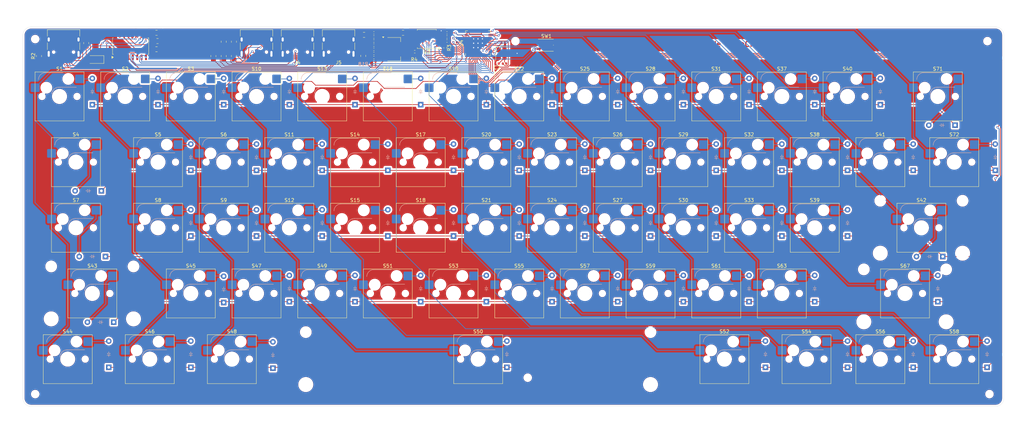
<source format=kicad_pcb>
(kicad_pcb (version 20241229) (generator "pcbnew") (generator_version "9.0")
  (title_block (title "MX Keyboard") (date "2025-10-26") (rev "V1.0") (company "Ronit Dsilva") (comment 1 "0.2mm Clearance"))
  (layers (0 "F.Cu" signal) (2 "B.Cu" signal) (13 "F.Paste" user) (15 "B.Paste" user) (5 "F.SilkS" user "F.Silkscreen") (7 "B.SilkS" user "B.Silkscreen") (1 "F.Mask" user) (3 "B.Mask" user) (25 "Edge.Cuts" user))
  (net 0 "")
  (net 1 "Net-(D1-A)")
  (net 2 "row0")
  (net 3 "Net-(D2-A)")
  (net 4 "Net-(D3-A)")
  (net 5 "Net-(D4-A)")
  (net 6 "row1")
  (net 7 "Net-(D5-A)")
  (net 8 "Net-(D6-A)")
  (net 9 "Net-(D7-A)")
  (net 10 "row2")
  (net 11 "Net-(D8-A)")
  (net 12 "Net-(D9-A)")
  (net 13 "Net-(D10-A)")
  (net 14 "Net-(D11-A)")
  (net 15 "Net-(D12-A)")
  (net 16 "Net-(D13-A)")
  (net 17 "Net-(D14-A)")
  (net 18 "Net-(D15-A)")
  (net 19 "Net-(D16-A)")
  (net 20 "Net-(D17-A)")
  (net 21 "Net-(D18-A)")
  (net 22 "Net-(D19-A)")
  (net 23 "Net-(D20-A)")
  (net 24 "Net-(D21-A)")
  (net 25 "Net-(D22-A)")
  (net 26 "Net-(D23-A)")
  (net 27 "Net-(D24-A)")
  (net 28 "Net-(D25-A)")
  (net 29 "Net-(D26-A)")
  (net 30 "Net-(D27-A)")
  (net 31 "Net-(D28-A)")
  (net 32 "Net-(D29-A)")
  (net 33 "Net-(D30-A)")
  (net 34 "Net-(D31-A)")
  (net 35 "Net-(D32-A)")
  (net 36 "Net-(D33-A)")
  (net 37 "Net-(D37-A)")
  (net 38 "Net-(D38-A)")
  (net 39 "Net-(D39-A)")
  (net 40 "Net-(D40-A)")
  (net 41 "Net-(D41-A)")
  (net 42 "Net-(D42-A)")
  (net 43 "row3")
  (net 44 "Net-(D43-A)")
  (net 45 "Net-(D44-A)")
  (net 46 "row4")
  (net 47 "Net-(D45-A)")
  (net 48 "Net-(D46-A)")
  (net 49 "Net-(D47-A)")
  (net 50 "Net-(D48-A)")
  (net 51 "Net-(D49-A)")
  (net 52 "Net-(D50-A)")
  (net 53 "Net-(D51-A)")
  (net 54 "Net-(D52-A)")
  (net 55 "Net-(D53-A)")
  (net 56 "Net-(D54-A)")
  (net 57 "Net-(D55-A)")
  (net 58 "Net-(D56-A)")
  (net 59 "Net-(D57-A)")
  (net 60 "Net-(D58-A)")
  (net 61 "Net-(D59-A)")
  (net 62 "Net-(D61-A)")
  (net 63 "Net-(D63-A)")
  (net 64 "Net-(D67-A)")
  (net 65 "Net-(D71-A)")
  (net 66 "Net-(D72-A)")
  (net 67 "col0")
  (net 68 "col1")
  (net 69 "col2")
  (net 70 "col3")
  (net 71 "col4")
  (net 72 "col5")
  (net 73 "col6")
  (net 74 "col7")
  (net 75 "col8")
  (net 76 "col9")
  (net 77 "col10")
  (net 78 "col11")
  (net 79 "col12")
  (net 80 "col13")
  (net 81 "Net-(U1-VDD3)")
  (net 82 "Net-(U1-VDD18)")
  (net 83 "Net-(D34-A)")
  (net 85 "/USB_D-")
  (net 87 "/USB_D+")
  (net 88 "Net-(J1-CC2)")
  (net 89 "Net-(J1-CC1)")
  (net 90 "Net-(J2-CC2)")
  (net 91 "/D1+")
  (net 92 "/D1-")
  (net 95 "Net-(J2-CC1)")
  (net 96 "Net-(J4-CC1)")
  (net 97 "/D2-")
  (net 99 "Net-(J4-CC2)")
  (net 101 "/D2+")
  (net 102 "/D3-")
  (net 104 "Net-(J5-CC1)")
  (net 106 "/D3+")
  (net 107 "Net-(J5-CC2)")
  (net 109 "USBC_GND")
  (net 110 "/D4+")
  (net 111 "/D4-")
  (net 112 "/XIN")
  (net 113 "Net-(C2-Pad1)")
  (net 114 "VBUS")
  (net 115 "+3V3")
  (net 116 "+1V1")
  (net 117 "/~{USB_BOOT}")
  (net 118 "/QSPI_SS")
  (net 119 "/XOUT")
  (net 120 "Net-(U4-USB_DP)")
  (net 121 "Net-(U4-USB_DM)")
  (net 122 "/QSPI_SD1")
  (net 123 "/QSPI_SD0")
  (net 124 "/QSPI_SCLK")
  (net 125 "/QSPI_SD3")
  (net 126 "/QSPI_SD2")
  (footprint "Capacitor_SMD:C_0402_1005Metric" (layer "F.Cu") (at 222.76274 115.9025 180)
    (property "Reference" "C2")
    (property "Value" "15p")
  )
  (footprint "Resistor_SMD:R_0805_2012Metric_Pad1.20x1.40mm_HandSolder" (layer "F.Cu") (at 103.584827 109.94937 -90)
    (property "Reference" "R1" (hide yes))
    (property "Value" "5.1K" (hide yes))
  )
  (footprint "Switch_Keyboard_Hotswap_Kailh:SW_Hotswap_Kailh_MX_2.75u" (layer "F.Cu") (at 341.1145 182.5775)
    (property "Reference" "S67")
    (property "Value" "shiftright")
  )
  (footprint "Resistor_SMD:R_0805_2012Metric_Pad1.20x1.40mm_HandSolder" (layer "F.Cu") (at 89.892625 113.711875 90)
    (property "Reference" "R2")
    (property "Value" "5.1K" (hide yes))
  )
  (footprint "Capacitor_SMD:C_0402_1005Metric" (layer "F.Cu") (at 208.244602 108.163431)
    (property "Reference" "C7" (hide yes))
    (property "Value" "100n" (hide yes))
  )
  (footprint "Switch_Keyboard_Hotswap_Kailh:SW_Hotswap_Kailh_MX_1.00u" (layer "F.Cu") (at 248.24575 182.5775)
    (property "Reference" "S57")
    (property "Value" "m")
  )
  (footprint "Switch_Keyboard_Hotswap_Kailh:SW_Hotswap_Kailh_MX_1.00u" (layer "F.Cu") (at 210.14575 125.4275)
    (property "Reference" "S19")
    (property "Value" "6")
  )
  (footprint "ScottoKeebs_Stabilizer:Stabilizer_MX_6.25u" (layer "F.Cu") (at 217.2895 200.77255)
    (property "Reference" "REF**" (hide yes))
    (property "Value" "Stabilizer_MX_6.25u" (hide yes))
  )
  (footprint "Package_SO:SOIC-16_4.55x10.3mm_P1.27mm" (layer "F.Cu") (at 116.48325 110.818125 90)
    (property "Reference" "U1" (hide yes))
    (property "Value" "SL2.1A" (hide yes))
  )
  (footprint "Switch_Keyboard_Hotswap_Kailh:SW_Hotswap_Kailh_MX_1.75u" (layer "F.Cu") (at 350.6395 125.4275)
    (property "Reference" "S71")
    (property "Value" "backspace")
  )
  (footprint "Switch_Keyboard_Hotswap_Kailh:SW_Hotswap_Kailh_MX_1.00u" (layer "F.Cu") (at 333.97075 201.6275)
    (property "Reference" "S56")
    (property "Value" "page")
  )
  (footprint "RP2040_minimal_r2:RP2040-QFN-56" (layer "F.Cu") (at 217.247423 109.991557 90)
    (property "Reference" "U4")
    (property "Value" "RP2040")
  )
  (footprint "Switch_Keyboard_Hotswap_Kailh:SW_Hotswap_Kailh_MX_1.00u" (layer "F.Cu") (at 181.57075 163.5275)
    (property "Reference" "S15")
    (property "Value" "f")
  )
  (footprint "Switch_Keyboard_Hotswap_Kailh:SW_Hotswap_Kailh_MX_6.25u" (layer "F.Cu") (at 217.2895 201.6275)
    (property "Reference" "S50")
    (property "Value" "space")
  )
  (footprint "Switch_Keyboard_Hotswap_Kailh:SW_Hotswap_Kailh_MX_1.00u" (layer "F.Cu") (at 314.92075 144.4775)
    (property "Reference" "S38")
    (property "Value" "[")
  )
  (footprint "Capacitor_SMD:C_0402_1005Metric" (layer "F.Cu") (at 187.04396 115.307187 180)
    (property "Reference" "C5" (hide yes))
    (property "Value" "100n" (hide yes))
  )
  (footprint "Capacitor_SMD:C_0402_1005Metric" (layer "F.Cu") (at 187.044058 111.735305 180)
    (property "Reference" "C10" (hide yes))
    (property "Value" "1u" (hide yes))
  )
  (footprint "ScottoKeebs_Stabilizer:Stabilizer_MX_2.00u" (layer "F.Cu") (at 341.1145 182.5775)
    (property "Reference" "REF**" (hide yes))
    (property "Value" "Stabilizer_MX_2.00u" (hide yes))
  )
  (footprint "Switch_Keyboard_Hotswap_Kailh:SW_Hotswap_Kailh_MX_1.00u" (layer "F.Cu") (at 324.44575 125.4275)
    (property "Reference" "S40")
    (property "Value" "=")
  )
  (footprint "Button_Switch_SMD:SW_Push_1P1T_NO_Vertical_Wuerth_434133025816" (layer "F.Cu") (at 236.934939 110.544683)
    (property "Reference" "SW1")
    (property "Value" "SW_Push")
  )
  (footprint "Switch_Keyboard_Hotswap_Kailh:SW_Hotswap_Kailh_MX_1.00u" (layer "F.Cu") (at 276.82075 163.5275)
    (property "Reference" "S30")
    (property "Value" "l")
  )
  (footprint "Switch_Keyboard_Hotswap_Kailh:SW_Hotswap_Kailh_MX_1.25u" (layer "F.Cu") (at 122.0395 201.6275)
    (property "Reference" "S46")
    (property "Value" "windows")
  )
  (footprint "Capacitor_SMD:C_0402_1005Metric" (layer "F.Cu") (at 187.044058 112.92593 180)
    (property "Reference" "C11" (hide yes))
    (property "Value" "100n" (hide yes))
  )
  (footprint "MountingHole:MountingHole_2.1mm" (layer "F.Cu") (at 88.797014 211.771622)
    (property "Reference" "H4" (hide yes))
    (property "Value" "MountingHole" (hide yes))
  )
  (footprint "Resistor_SMD:R_0805_2012Metric_Pad1.20x1.40mm_HandSolder" (layer "F.Cu") (at 143.470798 109.544683 -90)
    (property "Reference" "R16" (hide yes))
    (property "Value" "56K" (hide yes))
  )
  (footprint "Switch_Keyboard_Hotswap_Kailh:SW_Hotswap_Kailh_MX_2.00u" (layer "F.Cu") (at 105.37075 182.5775)
    (property "Reference" "S43")
    (property "Value" "shift")
  )
  (footprint "Switch_Keyboard_Hotswap_Kailh:SW_Hotswap_Kailh_MX_1.00u" (layer "F.Cu") (at 276.82075 144.4775)
    (property "Reference" "S29")
    (property "Value" "o")
  )
  (footprint "Switch_Keyboard_Hotswap_Kailh:SW_Hotswap_Kailh_MX_1.00u" (layer "F.Cu") (at 314.92075 163.5275)
    (property "Reference" "S39")
    (property "Value" "'")
  )
  (footprint "Connector_USB:USB_C_Receptacle_HRO_TYPE-C-31-M-12" (layer "F.Cu") (at 164.902 109.949375 180)
    (property "Reference" "J4")
    (property "Value" "USB_C_Receptacle_USB2.0" (hide yes))
  )
  (footprint "Switch_Keyboard_Hotswap_Kailh:SW_Hotswap_Kailh_MX_1.00u" (layer "F.Cu") (at 172.04575 125.4275)
    (property "Reference" "S13")
    (property "Value" "4")
  )
  (footprint "Switch_Keyboard_Hotswap_Kailh:SW_Hotswap_Kailh_MX_1.00u" (layer "F.Cu") (at 229.19575 182.5775)
    (property "Reference" "S55")
    (property "Value" "n")
  )
  (footprint "Switch_Keyboard_Hotswap_Kailh:SW_Hotswap_Kailh_MX_1.00u" (layer "F.Cu") (at 114.89575 125.4275)
    (property "Reference" "S2")
    (property "Value" "1")
  )
  (footprint "Switch_Keyboard_Hotswap_Kailh:SW_Hotswap_Kailh_MX_1.00u" (layer "F.Cu") (at 191.09575 125.4275)
    (property "Reference" "S16")
    (property "Value" "5")
  )
  (footprint "Capacitor_SMD:C_0805_2012Metric_Pad1.18x1.45mm_HandSolder" (layer "F.Cu") (at 123.978595 111.735309 180)
    (property "Reference" "C24" (hide yes))
    (property "Value" "10uF" (hide yes))
  )
  (footprint "Switch_Keyboard_Hotswap_Kailh:SW_Hotswap_Kailh_MX_1.00u" (layer "F.Cu") (at 219.67075 144.4775)
    (property "Reference" "S20")
    (property "Value" "y")
  )
  (footprint "Capacitor_SMD:C_0402_1005Metric" (layer "F.Cu") (at 224.548679 109.94937)
    (property "Reference" "C1" (hide yes))
    (property "Value" "15p" (hide yes))
  )
  (footprint "MountingHole:MountingHole_2.1mm" (layer "F.Cu") (at 88.797014 108.782473)
    (property "Reference" "H1" (hide yes))
    (property "Value" "MountingHole" (hide yes))
  )
  (footprint "Resistor_SMD:R_0402_1005Metric" (layer "F.Cu") (at 207.73648 111.34437 -90)
    (property "Reference" "R3")
    (property "Value" "1k")
  )
  (footprint "Switch_Keyboard_Hotswap_Kailh:SW_Hotswap_Kailh_MX_1.00u" (layer "F.Cu") (at 295.87075 163.5275)
    (property "Reference" "S33")
    (property "Value" ";")
  )
  (footprint "Resistor_SMD:R_0805_2012Metric_Pad1.20x1.40mm_HandSolder" (layer "F.Cu") (at 146.447363 113.711874 90)
    (property "Reference" "R15" (hide yes))
    (property "Value" "56K" (hide yes))
  )
  (footprint "Switch_Keyboard_Hotswap_Kailh:SW_Hotswap_Kailh_MX_1.00u" (layer "F.Cu") (at 143.47075 144.4775)
    (property "Reference" "S6")
    (property "Value" "w")
  )
  (footprint "Capacitor_SMD:C_0805_2012Metric" (layer "F.Cu") (at 195.503655 106.972805 180)
    (property "Reference" "C4" (hide yes))
    (property "Value" "10u" (hide yes))
  )
  (footprint "Connector_USB:USB_C_Receptacle_HRO_TYPE-C-31-M-12" (layer "F.Cu") (at 152.99575 109.949375 180)
    (property "Reference" "J2" (hide yes))
    (property "Value" "USB_C_Receptacle_USB2.0" (hide yes))
  )
  (footprint "Switch_Keyboard_Hotswap_Kailh:SW_Hotswap_Kailh_MX_1.00u" (layer "F.Cu") (at 181.57075 144.4775)
    (property "Reference" "S14")
    (property "Value" "r")
  )
  (footprint "Switch_Keyboard_Hotswap_Kailh:SW_Hotswap_Kailh_MX_2.25u" (layer "F.Cu") (at 345.877 163.5275)
    (property "Reference" "S42")
    (property "Value" "enter")
  )
  (footprint "Switch_Keyboard_Hotswap_Kailh:SW_Hotswap_Kailh_MX_1.00u" (layer "F.Cu") (at 133.94575 125.4275)
    (property "Reference" "S3")
    (property "Value" "2")
  )
  (footprint "Resistor_SMD:R_0402_1005Metric" (layer "F.Cu") (at 198.892098 112.449683)
    (property "Reference" "R4")
    (property "Value" "DNF")
  )
  (footprint "Switch_Keyboard_Hotswap_Kailh:SW_Hotswap_Kailh_MX_1.00u" (layer "F.Cu") (at 100.60825 163.5275)
    (property "Reference" "S7")
    (property "Value" "caps")
  )
  (footprint "Resistor_SMD:R_0805_2012Metric_Pad1.20x1.40mm_HandSolder" (layer "F.Cu") (at 183.952 113.661875 -90)
    (property "Reference" "R18")
    (property "Value" "56K")
  )
  (footprint "Switch_Keyboard_Hotswap_Kailh:SW_Hotswap_Kailh_MX_1.25u" (layer "F.Cu") (at 288.727 201.6275)
    (property "Reference" "S52")
    (property "Value" "altright")
  )
  (footprint "Connector_USB:USB_C_Receptacle_HRO_TYPE-C-31-M-12" (layer "F.Cu") (at 176.80825 109.949375 180)
    (property "Reference" "J5")
    (property "Value" "USB_C_Receptacle_USB2.0" (hide yes))
  )
  (footprint "Switch_Keyboard_Hotswap_Kailh:SW_Hotswap_Kailh_MX_1.00u" (layer "F.Cu") (at 200.62075 163.5275)
    (property "Reference" "S18")
    (property "Value" "g")
  )
  (footprint "Switch_Keyboard_Hotswap_Kailh:SW_Hotswap_Kailh_MX_1.25u" (layer "F.Cu") (at 98.227 201.6275)
    (property "Reference" "S44")
    (property "Value" "ctrl")
  )
  (footprint "Capacitor_SMD:C_0402_1005Metric" (layer "F.Cu") (at 187.04396 108.163431 180)
    (property "Reference" "C14" (hide yes))
    (property "Value" "100n" (hide yes))
  )
  (footprint "Switch_Keyboard_Hotswap_Kailh:SW_Hotswap_Kailh_MX_1.25u" (layer "F.Cu") (at 355.402 201.6275)
    (property "Reference" "S58")
    (property "Value" "ctrlright")
  )
  (footprint "Switch_Keyboard_Hotswap_Kailh:SW_Hotswap_Kailh_MX_1.00u" (layer "F.Cu") (at 191.09575 182.5775)
    (property "Reference" "S51")
    (property "Value" "v")
  )
  (footprint "MountingHole:MountingHole_2.1mm" (layer "F.Cu") (at 365.02225 109.377875)
    (property "Reference" "H3" (hide yes))
    (property "Value" "MountingHole" (hide yes))
  )
  (footprint "Package_TO_SOT_SMD:SOT-223-3_TabPin2" (layer "F.Cu") (at 192.881777 111.735309)
    (property "Reference" "U2" (hide yes))
    (property "Value" "NCP1117-3.3_SOT223" (hide yes))
  )
  (footprint "Switch_Keyboard_Hotswap_Kailh:SW_Hotswap_Kailh_MX_1.00u" (layer "F.Cu") (at 143.47075 163.5275)
    (property "Reference" "S9")
    (property "Value" "s")
  )
  (footprint "Switch_Keyboard_Hotswap_Kailh:SW_Hotswap_Kailh_MX_1.00u" (layer "F.Cu") (at 219.67075 163.5275)
    (property "Reference" "S21")
    (property "Value" "h")
  )
  (footprint "Switch_Keyboard_Hotswap_Kailh:SW_Hotswap_Kailh_MX_1.00u" (layer "F.Cu") (at 162.52075 163.5275)
    (property "Reference" "S12")
    (property "Value" "d")
  )
  (footprint "Capacitor_SMD:C_0402_1005Metric" (layer "F.Cu") (at 187.04396 110.544683 180)
    (property "Reference" "C16" (hide yes))
    (property "Value" "100n" (hide yes))
  )
  (footprint "Switch_Keyboard_Hotswap_Kailh:SW_Hotswap_Kailh_MX_1.00u" (layer "F.Cu") (at 286.34575 125.4275)
    (property "Reference" "S31")
    (property "Value" "0")
  )
  (footprint "MountingHole:MountingHole_2.1mm" (layer "F.Cu") (at 231.67225 207.009125)
    (property "Reference" "H5" (hide yes))
    (property "Value" "MountingHole" (hide yes))
  )
  (footprint "Resistor_SMD:R_0402_1005Metric" (layer "F.Cu") (at 210.58575 108.5025)
    (property "Reference" "R7" (hide yes))
    (property "Value" "27" (hide yes))
  )
  (footprint "Switch_Keyboard_Hotswap_Kailh:SW_Hotswap_Kailh_MX_1.00u" (layer "F.Cu") (at 333.97075 144.4775)
    (property "Reference" "S41")
    (property "Value" "]")
  )
  (footprint "Switch_Keyboard_Hotswap_Kailh:SW_Hotswap_Kailh_MX_1.00u" (layer "F.Cu") (at 305.39575 182.5775)
    (property "Reference" "S63")
    (property "Value" "/")
  )
  (footprint "Switch_Keyboard_Hotswap_Kailh:SW_Hotswap_Kailh_MX_1.00u" (layer "F.Cu") (at 238.72075 144.4775)
    (property "Reference" "S23")
    (property "Value" "u")
  )
  (footprint "Crystal:Crystal_SMD_3225-4Pin_3.2x2.5mm" (layer "F.Cu") (at 224.09274 113.016561 -90)
    (property "Reference" "Y1" (hide yes))
    (property "Value" "ABM8-272-T3" (hide yes))
  )
  (footprint "Switch_Keyboard_Hotswap_Kailh:SW_Hotswap_Kailh_MX_1.25u" (layer "F.Cu") (at 145.852 201.6275)
    (property "Reference" "S48")
    (property "Value" "alt")
  )
  (footprint "Switch_Keyboard_Hotswap_Kailh:SW_Hotswap_Kailh_MX_1.00u" (layer "F.Cu") (at 162.52075 144.4775)
    (property "Reference" "S11")
    (property "Value" "e")
  )
  (footprint "Switch_Keyboard_Hotswap_Kailh:SW_Hotswap_Kailh_MX_1.00u" (layer "F.Cu") (at 257.77075 163.5275)
    (property "Reference" "S27")
    (property "Value" "k")
  )
  (footprint "Switch_Keyboard_Hotswap_Kailh:SW_Hotswap_Kailh_MX_1.25u" (layer "F.Cu") (at 312.5395 201.6275)
    (property "Reference" "S54")
    (property "Value" "windowsright")
  )
  (footprint "Package_SO:SOIC-8_5.3x5.3mm_P1.27mm" (layer "F.Cu") (at 202.406785 108.758744 180)
    (property "Reference" "U3")
    (property "Value" "W25Q128JVS")
  )
  (footprint "Switch_Keyboard_Hotswap_Kailh:SW_Hotswap_Kailh_MX_1.00u" (layer "F.Cu") (at 229.19575 125.4275)
    (property "Reference" "S22")
    (property "Value" "7")
  )
  (footprint "ScottoKeebs_Stabilizer:Stabilizer_MX_2.00u" (layer "F.Cu") (at 105.37075 181.72255)
    (property "Reference" "REF**" (hide yes))
    (property "Value" "Stabilizer_MX_2.00u" (hide yes))
  )
  (footprint "Capacitor_SMD:C_0805_2012Metric" (layer "F.Cu") (at 184.192625 107.568125 180)
    (property "Reference" "C3" (hide yes))
    (property "Value" "10u" (hide yes))
  )
  (footprint "Connector_USB:USB_C_Receptacle_HRO_TYPE-C-31-M-12" (layer "F.Cu") (at 97.036375 109.949375 180)
    (property "Reference" "J1" (hide yes))
    (property "Value" "USB_C_Receptacle_USB2.0" (hide yes))
  )
  (footprint "Resistor_SMD:R_0402_1005Metric" (layer "F.Cu") (at 224.943366 115.9025)
    (property "Reference" "R5" (hide yes))
    (property "Value" "1k" (hide yes))
  )
  (footprint "Capacitor_SMD:C_0402_1005Metric" (layer "F.Cu") (at 187.04396 109.354057 180)
    (property "Reference" "C15" (hide yes))
    (property "Value" "100n" (hide yes))
  )
  (footprint "Capacitor_SMD:C_0805_2012Metric_Pad1.18x1.45mm_HandSolder" (layer "F.Cu") (at 124.267656 109.354057 180)
    (property "Reference" "C23" (hide yes))
    (property "Value" "10uF" (hide yes))
  )
  (footprint "Capacitor_SMD:C_0402_1005Metric" (layer "F.Cu") (at 187.04396 106.972805 180)
    (property "Reference" "C9" (hide yes))
    (property "Value" "100n" (hide yes))
  )
  (footprint "Switch_Keyboard_Hotswap_Kailh:SW_Hotswap_Kailh_MX_1.00u" (layer "F.Cu") (at 257.77075 144.4775)
    (property "Reference" "S26")
    (property "Value" "i")
  )
  (footprint "Resistor_SMD:R_0402_1005Metric" (layer "F.Cu") (at 210.58575 109.693126)
    (property "Reference" "R6" (hide yes))
    (property "Value" "27" (hide yes))
  )
  (footprint "Switch_Keyboard_Hotswap_Kailh:SW_Hotswap_Kailh_MX_1.00u" (layer "F.Cu") (at 267.29575 125.4275)
    (property "Reference" "S28")
    (property "Value" "9")
  )
  (footprint "Resistor_SMD:R_0805_2012Metric_Pad1.20x1.40mm_HandSolder" (layer "F.Cu") (at 146.447363 109.544683 90)
    (property "Reference" "R14" (hide yes))
    (property "Value" "56K" (hide yes))
  )
  (footprint "MountingHole:MountingHole_2.1mm" (layer "F.Cu") (at 228.100375 109.377875)
    (property "Reference" "H2" (hide yes))
    (property "Value" "MountingHole" (hide yes))
  )
  (footprint "Switch_Keyboard_Hotswap_Kailh:SW_Hotswap_Kailh_MX_1.00u" (layer "F.Cu") (at 238.72075 163.5275)
    (property "Reference" "S24")
    (property "Value" "j")
  )
  (footprint "Capacitor_SMD:C_0402_1005Metric" (layer "F.Cu") (at 208.244602 109.354057)
    (property "Reference" "C6" (hide yes))
    (property "Value" "100n" (hide yes))
  )
  (footprint "Switch_Keyboard_Hotswap_Kailh:SW_Hotswap_Kailh_MX_1.00u" (layer "F.Cu") (at 286.34575 182.5775)
    (property "Reference" "S61")
    (property "Value" ".")
  )
  (footprint "Switch_Keyboard_Hotswap_Kailh:SW_Hotswap_Kailh_MX_1.25u" (layer "F.Cu") (at 355.402 144.4775)
    (property "Reference" "S72")
    (property "Value" "\\")
  )
  (footprint "Switch_Keyboard_Hotswap_Kailh:SW_Hotswap_Kailh_MX_1.00u" (layer "F.Cu") (at 133.94575 182.5775)
    (property "Reference" "S45")
    (property "Value" "z")
  )
  (footprint "Capacitor_SMD:C_0402_1005Metric" (layer "F.Cu") (at 187.04396 116.497813 180)
    (property "Reference" "C13" (hide yes))
    (property "Value" "100n" (hide yes))
  )
  (footprint "Capacitor_SMD:C_0402_1005Metric" (layer "F.Cu") (at 208.244602 106.972805)
    (property "Reference" "C8" (hide yes))
    (property "Value" "1u" (hide yes))
  )
  (footprint "Switch_Keyboard_Hotswap_Kailh:SW_Hotswap_Kailh_MX_1.00u" (layer "F.Cu") (at 124.42075 144.4775)
    (property "Reference" "S5")
    (property "Value" "q")
  )
  (footprint "MountingHole:MountingHole_2.1mm" (layer "F.Cu") (at 365.617559 211.771622)
    (property "Reference" "H6" (hide yes))
    (property "Value" "MountingHole" (hide yes))
  )
  (footprint "Switch_Keyboard_Hotswap_Kailh:SW_Hotswap_Kailh_MX_1.00u" (layer "F.Cu") (at 295.87075 144.4775)
    (property "Reference" "S32")
    (property "Value" "p")
  )
  (footprint "Capacitor_SMD:C_0805_2012Metric_Pad1.18x1.45mm_HandSolder" (layer "F.Cu") (at 123.978595 106.972805)
    (property "Reference" "C25" (hide yes))
    (property "Value" "100nF" (hide yes))
  )
  (footprint "ScottoKeebs_Stabilizer:Stabilizer_MX_2.00u" (layer "F.Cu") (at 345.877 162.67255)
    (property "Reference" "REF**" (hide yes))
    (property "Value" "Stabilizer_MX_2.00u" (hide yes))
  )
  (footprint "Switch_Keyboard_Hotswap_Kailh:SW_Hotswap_Kailh_MX_1.00u" (layer "F.Cu") (at 210.14575 182.5775)
    (property "Reference" "S53")
    (property "Value" "b")
  )
  (footprint "Switch_Keyboard_Hotswap_Kailh:SW_Hotswap_Kailh_MX_1.00u" (layer "F.Cu") (at 124.42075 163.5275)
    (property "Reference" "S8")
    (property "Value" "a")
  )
  (footprint "Switch_Keyboard_Hotswap_Kailh:SW_Hotswap_Kailh_MX_1.00u" (layer "F.Cu") (at 95.84575 125.4275)
    (property "Reference" "S1")
    (property "Value" "esc")
  )
  (footprint "Switch_Keyboard_Hotswap_Kailh:SW_Hotswap_Kailh_MX_1.00u" (layer "F.Cu") (at 248.24575 125.4275)
    (property "Reference" "S25")
    (property "Value" "8")
  )
  (footprint "Switch_Keyboard_Hotswap_Kailh:SW_Hotswap_Kailh_MX_1.00u" (layer "F.Cu") (at 152.99575 182.5775)
    (property "Reference" "S47")
    (property "Value" "x")
  )
  (footprint "Switch_Keyboard_Hotswap_Kailh:SW_Hotswap_Kailh_MX_1.00u" (layer "F.Cu") (at 305.39575 125.4275)
    (property "Reference" "S37")
    (property "Value" "-")
  )
  (footprint "Resistor_SMD:R_0805_2012Metric_Pad1.20x1.40mm_HandSolder" (layer "F.Cu") (at 143.470798 113.711874 90)
    (property "Reference" "R17" (hide yes))
    (property "Value" "56K" (hide yes))
  )
  (footprint "Switch_Keyboard_Hotswap_Kailh:SW_Hotswap_Kailh_MX_1.00u" (layer "F.Cu") (at 172.04575 182.5775)
    (property "Reference" "S49")
    (property "Value" "c")
  )
  (footprint "Switch_Keyboard_Hotswap_Kailh:SW_Hotswap_Kailh_MX_1.00u" (layer "F.Cu") (at 267.29575 182.5775)
    (property "Reference" "S59")
    (property "Value" ",")
  )
  (footprint "Switch_Keyboard_Hotswap_Kailh:SW_Hotswap_Kailh_MX_1.00u" (layer "F.Cu") (at 200.62075 144.4775)
    (property "Reference" "S17")
    (property "Value" "t")
  )
  (footprint "Switch_Keyboard_Hotswap_Kailh:SW_Hotswap_Kailh_MX_1.00u" (layer "F.Cu") (at 152.99575 125.4275)
    (property "Reference" "S10")
    (property "Value" "3")
  )
  (footprint "Resistor_SMD:R_0805_2012Metric_Pad1.20x1.40mm_HandSolder" (layer "F.Cu") (at 140.494233 113.711874 90)
    (property "Reference" "R19" (hide yes))
    (property "Value" "56K" (hide yes))
  )
  (footprint "Capacitor_SMD:C_0402_1005Metric" (layer "F.Cu") (at 187.04396 114.116561 180)
    (property "Reference" "C12" (hide yes))
    (property "Value" "100n" (hide yes))
  )
  (footprint "Diode_SMD:D_1206_3216Metric_Pad1.42x1.75mm_HandSolder" (layer "F.Cu") (at 106.2645 114.711875 180)
    (property "Reference" "D34" (hide yes))
    (property "Value" "SD1206T020S1R0" (hide yes))
  )
  (footprint "Switch_Keyboard_Hotswap_Kailh:SW_Hotswap_Kailh_MX_1.00u" (layer "F.Cu") (at 100.60825 144.4775)
    (property "Reference" "S4")
    (property "Value" "tab")
  )
  (footprint "ScottoKeebs_Components:Diode_DO-35" (layer "B.Cu") (at 267.29575 146.85875 90)
    (property "Reference" "D26" (hide yes))
    (property "Value" "Diode" (hide yes))
  )
  (footprint "ScottoKeebs_Components:Diode_DO-35" (layer "B.Cu") (at 324.44575 165.90875 90)
    (property "Reference" "D39" (hide yes))
    (property "Value" "Diode" (hide yes))
  )
  (footprint "ScottoKeebs_Components:Diode_DO-35" (layer "B.Cu") (at 324.44575 146.85875 90)
    (property "Reference" "D38" (hide yes))
    (property "Value" "Diode" (hide yes))
  )
  (footprint "ScottoKeebs_Components:Diode_DO-35" (layer "B.Cu") (at 364.927 204.00875 90)
    (property "Reference" "D58" (hide yes))
    (property "Value" "Diode" (hide yes))
  )
  (footprint "ScottoKeebs_Components:Diode_DO-35" (layer "B.Cu") (at 295.87075 184.95875 90)
    (property "Reference" "D61" (hide yes))
    (property "Value" "Diode" (hide yes))
  )
  (footprint "ScottoKeebs_Components:Diode_DO-35" (layer "B.Cu") (at 286.34575 146.85875 90)
    (property "Reference" "D29" (hide yes))
    (property "Value" "Diode" (hide yes))
  )
  (footprint "ScottoKeebs_Components:Diode_DO-35" (layer "B.Cu") (at 305.39575 165.90875 90)
    (property "Reference" "D33" (hide yes))
    (property "Value" "Diode" (hide yes))
  )
  (footprint "ScottoKeebs_Components:Diode_DO-35" (layer "B.Cu") (at 152.99575 146.85875 90)
    (property "Reference" "D6" (hide yes))
    (property "Value" "Diode" (hide yes))
  )
  (footprint "ScottoKeebs_Components:Diode_DO-35" (layer "B.Cu") (at 143.47075 127.80875 90)
    (property "Reference" "D3" (hide yes))
    (property "Value" "Diode" (hide yes))
  )
  (footprint "ScottoKeebs_Components:Diode_DO-35" (layer "B.Cu") (at 305.39575 146.85875 90)
    (property "Reference" "D32" (hide yes))
    (property "Value" "Diode" (hide yes))
  )
  (footprint "ScottoKeebs_Components:Diode_DO-35" (layer "B.Cu") (at 107.990125 152.811875 180)
    (property "Reference" "D4" (hide yes))
    (property "Value" "Diode" (hide yes))
  )
  (footprint "ScottoKeebs_Components:Diode_DO-35" (layer "B.Cu") (at 181.57075 184.95875 90)
    (property "Reference" "D49" (hide yes))
    (property "Value" "Diode" (hide yes))
  )
  (footprint "ScottoKeebs_Components:Diode_DO-35" (layer "B.Cu") (at 257.77075 127.80875 90)
    (property "Reference" "D25" (hide yes))
    (property "Value" "Diode" (hide yes))
  )
  (footprint "ScottoKeebs_Components:Diode_DO-35" (layer "B.Cu") (at 333.97075 127.80875 90)
    (property "Reference" "D40" (hide yes))
    (property "Value" "Diode" (hide yes))
  )
  (footprint "ScottoKeebs_Components:Diode_DO-35" (layer "B.Cu") (at 133.94575 204.00875 90)
    (property "Reference" "D46" (hide yes))
    (property "Value" "Diode" (hide yes))
  )
  (footprint "ScottoKeebs_Components:Diode_DO-35" (layer "B.Cu") (at 133.94575 146.85875 90)
    (property "Reference" "D5" (hide yes))
    (property "Value" "Diode" (hide yes))
  )
  (footprint "ScottoKeebs_Components:Diode_DO-35" (layer "B.Cu") (at 172.04575 165.90875 90)
    (property "Reference" "D12" (hide yes))
    (property "Value" "Diode" (hide yes))
  )
  (footprint "ScottoKeebs_Components:Diode_DO-35" (layer "B.Cu") (at 257.77075 184.95875 90)
    (property "Reference" "D57" (hide yes))
    (property "Value" "Diode" (hide yes))
  )
  (footprint "ScottoKeebs_Components:Diode_DO-35" (layer "B.Cu") (at 248.24575 165.90875 90)
    (property "Reference" "D24" (hide yes))
    (property "Value" "Diode" (hide yes))
  )
  (footprint "ScottoKeebs_Components:Diode_DO-35" (layer "B.Cu") (at 276.82075 184.95875 90)
    (property "Reference" "D59" (hide yes))
    (property "Value" "Diode" (hide yes))
  )
  (footprint "ScottoKeebs_Components:Diode_DO-35" (layer "B.Cu") (at 143.47075 185.196875 90)
    (property "Reference" "D45" (hide yes))
    (property "Value" "Diode" (hide yes))
  )
  (footprint "ScottoKeebs_Components:Diode_DO-35" (layer "B.Cu") (at 105.37075 127.80875 90)
    (property "Reference" "D1" (hide yes))
    (property "Value" "Diode" (hide yes))
  )
  (footprint "ScottoKeebs_Components:Diode_DO-35" (layer "B.Cu") (at 219.67075 184.95875 90)
    (property "Reference" "D53" (hide yes))
    (property "Value" "Diode" (hide yes))
  )
  (footprint "ScottoKeebs_Components:Diode_DO-35" (layer "B.Cu") (at 343.49575 204.00875 90)
    (property "Reference" "D56" (hide yes))
    (property "Value" "Diode" (hide yes))
  )
  (footprint "ScottoKeebs_Components:Diode_DO-35" (layer "B.Cu") (at 286.34575 165.90875 90)
    (property "Reference" "D30" (hide yes))
    (property "Value" "Diode" (hide yes))
  )
  (footprint "ScottoKeebs_Components:Diode_DO-35" (layer "B.Cu") (at 110.13325 204.00875 90)
    (property "Reference" "D44" (hide yes))
    (property "Value" "Diode" (hide yes))
  )
  (footprint "ScottoKeebs_Components:Diode_DO-35" (layer "B.Cu") (at 367.30825 146.85875 90)
    (property "Reference" "D72" (hide yes))
    (property "Value" "Diode" (hide yes))
  )
  (footprint "ScottoKeebs_Components:Diode_DO-35" (layer "B.Cu") (at 229.19575 146.85875 90)
    (property "Reference" "D20" (hide yes))
    (property "Value" "Diode" (hide yes))
  )
  (footprint "ScottoKeebs_Components:Diode_DO-35" (layer "B.Cu") (at 162.52075 184.95875 90)
    (property "Reference" "D47" (hide yes))
    (property "Value" "Diode" (hide yes))
  )
  (footprint "ScottoKeebs_Components:Diode_DO-35" (layer "B.Cu") (at 172.04575 146.85875 90)
    (property "Reference" "D11" (hide yes))
    (property "Value" "Diode" (hide yes))
  )
  (footprint "ScottoKeebs_Components:Diode_DO-35" (layer "B.Cu") (at 111.562 190.911875 180)
    (property "Reference" "D43" (hide yes))
    (property "Value" "Diode" (hide yes))
  )
  (footprint "ScottoKeebs_Components:Diode_DO-35" (layer "B.Cu") (at 191.09575 165.90875 90)
    (property "Reference" "D15" (hide yes))
    (property "Value" "Diode" (hide yes))
  )
  (footprint "ScottoKeebs_Components:Diode_DO-35" (layer "B.Cu") (at 267.29575 165.90875 90)
    (property "Reference" "D27" (hide yes))
    (property "Value" "Diode" (hide yes))
  )
  (footprint "ScottoKeebs_Components:Diode_DO-35" (layer "B.Cu") (at 352.06825 171.861875 180)
    (property "Reference" "D42" (hide yes))
    (property "Value" "Diode" (hide yes))
  )
  (footprint "ScottoKeebs_Components:Diode_DO-35" (layer "B.Cu") (at 210.14575 165.90875 90)
    (property "Reference" "D18" (hide yes))
    (property "Value" "Diode" (hide yes))
  )
  (footprint "ScottoKeebs_Components:Diode_DO-35" (layer "B.Cu") (at 109.18075 171.861875 180)
    (property "Reference" "D7" (hide yes))
    (property "Value" "Diode" (hide yes))
  )
  (footprint "ScottoKeebs_Components:Diode_DO-35" (layer "B.Cu") (at 276.82075 127.80875 90)
    (property "Reference" "D28" (hide yes))
    (property "Value" "Diode" (hide yes))
  )
  (footprint "ScottoKeebs_Components:Diode_DO-35" (layer "B.Cu") (at 238.72075 127.80875 90)
    (property "Reference" "D22" (hide yes))
    (property "Value" "Diode" (hide yes))
  )
  (footprint "ScottoKeebs_Components:Diode_DO-35" (layer "B.Cu") (at 191.09575 146.85875 90)
    (property "Reference" "D14" (hide yes))
    (property "Value" "Diode" (hide yes))
  )
  (footprint "ScottoKeebs_Components:Diode_DO-35" (layer "B.Cu") (at 314.92075 184.95875 90)
    (property "Reference" "D63" (hide yes))
    (property "Value" "Diode" (hide yes))
  )
  (footprint "ScottoKeebs_Components:Diode_DO-35" (layer "B.Cu") (at 181.57075 127.80875 90)
    (property "Reference" "D13" (hide yes))
    (property "Value" "Diode" (hide yes))
  )
  (footprint "ScottoKeebs_Components:Diode_DO-35" (layer "B.Cu") (at 219.67075 127.80875 90)
    (property "Reference" "D19" (hide yes))
    (property "Value" "Diode" (hide yes))
  )
  (footprint "ScottoKeebs_Components:Diode_DO-35" (layer "B.Cu") (at 300.63325 204.00875 90)
    (property "Reference" "D52" (hide yes))
    (property "Value" "Diode" (hide yes))
  )
  (footprint "ScottoKeebs_Components:Diode_DO-35" (layer "B.Cu") (at 355.640125 133.761875 180)
    (property "Reference" "D71" (hide yes))
    (property "Value" "Diode" (hide yes))
  )
  (footprint "ScottoKeebs_Components:Diode_DO-35" (layer "B.Cu") (at 229.19575 165.90875 90)
    (property "Reference" "D21" (hide yes))
    (property "Value" "Diode" (hide yes))
  )
  (footprint "ScottoKeebs_Components:Diode_DO-35" (layer "B.Cu") (at 295.87075 127.80875 90)
    (property "Reference" "D31" (hide yes))
    (property "Value" "Diode" (hide yes))
  )
  (footprint "ScottoKeebs_Components:Diode_DO-35" (layer "B.Cu") (at 200.62075 184.95875 90)
    (property "Reference" "D51" (hide yes))
    (property "Value" "Diode" (hide yes))
  )
  (footprint "ScottoKeebs_Components:Diode_DO-35" (layer "B.Cu") (at 225.623875 204.00875 90)
    (property "Reference" "D50" (hide yes))
    (property "Value" "Diode" (hide yes))
  )
  (footprint "ScottoKeebs_Components:Diode_DO-35" (layer "B.Cu") (at 324.44575 204.00875 90)
    (property "Reference" "D54" (hide yes))
    (property "Value" "Diode" (hide yes))
  )
  (footprint "ScottoKeebs_Components:Diode_DO-35" (layer "B.Cu") (at 210.14575 146.85875 90)
    (property "Reference" "D17" (hide yes))
    (property "Value" "Diode" (hide yes))
  )
  (footprint "ScottoKeebs_Components:Diode_DO-35" (layer "B.Cu") (at 343.49575 146.85875 90)
    (property "Reference" "D41" (hide yes))
    (property "Value" "Diode" (hide yes))
  )
  (footprint "ScottoKeebs_Components:Diode_DO-35" (layer "B.Cu") (at 162.52075 127.80875 90)
    (property "Reference" "D10" (hide yes))
    (property "Value" "Diode" (hide yes))
  )
  (footprint "ScottoKeebs_Components:Diode_DO-35" (layer "B.Cu") (at 238.72075 184.95875 90)
    (property "Reference" "D55" (hide yes))
    (property "Value" "Diode" (hide yes))
  )
  (footprint "ScottoKeebs_Components:Diode_DO-35" (layer "B.Cu") (at 152.99575 165.90875 90)
    (property "Reference" "D9" (hide yes))
    (property "Value" "Diode" (hide yes))
  )
  (footprint "ScottoKeebs_Components:Diode_DO-35" (layer "B.Cu") (at 157.75825 204.246875 90)
    (property "Reference" "D48" (hide yes))
    (property "Value" "Diode" (hide yes))
  )
  (footprint "ScottoKeebs_Components:Diode_DO-35" (layer "B.Cu") (at 133.94575 165.90875 90)
    (property "Reference" "D8" (hide yes))
    (property "Value" "Diode" (hide yes))
  )
  (footprint "ScottoKeebs_Components:Diode_DO-35" (layer "B.Cu") (at 350.6395 184.95875 90)
    (property "Reference" "D67" (hide yes))
    (property "Value" "Diode" (hide yes))
  )
  (footprint "ScottoKeebs_Components:Diode_DO-35" (layer "B.Cu") (at 124.42075 127.80875 90)
    (property "Reference" "D2" (hide yes))
    (property "Value" "Diode" (hide yes))
  )
  (footprint "ScottoKeebs_Components:Diode_DO-35" (layer "B.Cu") (at 248.24575 146.85875 90)
    (property "Reference" "D23" (hide yes))
    (property "Value" "Diode" (hide yes))
  )
  (footprint "ScottoKeebs_Components:Diode_DO-35" (layer "B.Cu") (at 200.62075 127.80875 90)
    (property "Reference" "D16" (hide yes))
    (property "Value" "Diode" (hide yes))
  )
  (footprint "ScottoKeebs_Components:Diode_DO-35" (layer "B.Cu") (at 314.92075 127.80875 90)
    (property "Reference" "D37" (hide yes))
    (property "Value" "Diode" (hide yes))
  )
  (gr_line (start 369.78475 212.96225) (end 369.784511 107.639471) (stroke (width 0.05)) (layer "Edge.Cuts"))
  (gr_arc (start 87.606386 215.3435) (mid 85.922588 214.646048) (end 85.225136 212.96225) (stroke (width 0.05)) (layer "Edge.Cuts"))
  (gr_line (start 87.606386 215.3435) (end 367.4035 215.3435) (stroke (width 0.05)) (layer "Edge.Cuts"))
  (gr_arc (start 367.403261 105.258221) (mid 369.087059 105.955673) (end 369.784511 107.639471) (stroke (width 0.05)) (layer "Edge.Cuts"))
  (gr_line (start 367.403261 105.258237) (end 87.606386 105.258237) (stroke (width 0.05)) (layer "Edge.Cuts"))
  (gr_arc (start 85.225136 107.639471) (mid 85.922588 105.955673) (end 87.606386 105.258221) (stroke (width 0.05)) (layer "Edge.Cuts"))
  (gr_line (start 85.225136 107.639471) (end 85.225136 212.96225) (stroke (width 0.05)) (layer "Edge.Cuts"))
  (gr_arc (start 369.78475 212.96225) (mid 369.087297 214.646047) (end 367.4035 215.3435) (stroke (width 0.05)) (layer "Edge.Cuts"))
  (gr_text "Made By @CherryTree56567" (at 313.730125 111.14 0) (layer "F.Cu") (effects (font (size 1.5 1.5) (thickness 0.3) (bold yes)) (justify right bottom)))
  (segment (start 105.212 120.3475) (end 105.37075 120.18875) (width 0.2) (layer "B.Cu") (net 1))
  (segment (start 101.68775 120.3475) (end 105.212 120.3475) (width 0.2) (layer "B.Cu") (net 1))
  (segment (start 218.5503 122.89375) (end 219.075549 122.89375) (width 0.2) (layer "F.Cu") (net 2))
  (segment (start 215.047423 113.977496) (end 214.667293 114.357626) (width 0.2) (layer "F.Cu") (net 2))
  (segment (start 214.667293 119.010743) (end 218.5503 122.89375) (width 0.2) (layer "F.Cu") (net 2))
  (segment (start 214.667293 114.357626) (end 214.667293 115.066122) (width 0.2) (layer "F.Cu") (net 2))
  (segment (start 105.37075 127.80875) (end 349.687 127.80875) (width 0.2) (layer "F.Cu") (net 2))
  (segment (start 219.67075 123.488951) (end 219.67075 127.80875) (width 0.2) (layer "F.Cu") (net 2))
  (segment (start 215.047423 113.429057) (end 215.047423 113.977496) (width 0.2) (layer "F.Cu") (net 2))
  (segment (start 349.687 127.80875) (end 355.640125 133.761875) (width 0.2) (layer "F.Cu") (net 2))
  (segment (start 219.075549 122.89375) (end 219.67075 123.488951) (width 0.2) (layer "F.Cu") (net 2))
  (segment (start 214.667293 115.066122) (end 214.667293 119.010743) (width 0.2) (layer "F.Cu") (net 2))
  (segment (start 124.262 120.3475) (end 124.42075 120.18875) (width 0.2) (layer "B.Cu") (net 3))
  (segment (start 120.73775 120.3475) (end 124.262 120.3475) (width 0.2) (layer "B.Cu") (net 3))
  (segment (start 143.312 120.3475) (end 143.47075 120.18875) (width 0.2) (layer "B.Cu") (net 4))
  (segment (start 139.78775 120.3475) (end 143.312 120.3475) (width 0.2) (layer "B.Cu") (net 4))
  (segment (start 104.51225 148.66975) (end 100.370125 152.811875) (width 0.2) (layer "B.Cu") (net 5))
  (segment (start 104.51225 141.3355) (end 104.51225 148.66975) (width 0.2) (layer "B.Cu") (net 5))
  (segment (start 106.45025 139.3975) (end 104.51225 141.3355) (width 0.2) (layer "B.Cu") (net 5))
  (segment (start 215.068293 114.711874) (end 215.447423 114.332744) (width 0.2) (layer "F.Cu") (net 6))
  (segment (start 218.7164 122.49275) (end 215.068293 118.844643) (width 0.2) (layer "F.Cu") (net 6))
  (segment (start 223.24274 120.665004) (end 221.414994 122.49275) (width 0.2) (layer "F.Cu") (net 6))
  (segment (start 215.068293 118.844643) (end 215.068293 114.711874) (width 0.2) (layer "F.Cu") (net 6))
  (segment (start 215.447423 114.332744) (end 215.447423 113.429057) (width 0.2) (layer "F.Cu") (net 6))
  (segment (start 227.409931 120.665004) (end 223.24274 120.665004) (width 0.2) (layer "F.Cu") (net 6))
  (segment (start 366.20725 145.75775) (end 366.20725 114.711874) (width 0.2) (layer "F.Cu") (net 6))
  (segment (start 365.624311 114.128935) (end 244.066321 114.128935) (width 0.2) (layer "F.Cu") (net 6))
  (segment (start 239.316191 118.879065) (end 235.786539 118.879065) (width 0.2) (layer "F.Cu") (net 6))
  (segment (start 235.786539 118.879065) (end 232.214661 122.450943) (width 0.2) (layer "F.Cu") (net 6))
  (segment (start 232.214661 122.450943) (end 229.19587 122.450943) (width 0.2) (layer "F.Cu") (net 6))
  (segment (start 229.19587 122.450943) (end 227.409931 120.665004) (width 0.2) (layer "F.Cu") (net 6))
  (segment (start 244.066321 114.128935) (end 239.316191 118.879065) (width 0.2) (layer "F.Cu") (net 6))
  (segment (start 221.414994 122.49275) (end 218.7164 122.49275) (width 0.2) (layer "F.Cu") (net 6))
  (segment (start 366.20725 114.711874) (end 365.624311 114.128935) (width 0.2) (layer "F.Cu") (net 6))
  (segment (start 367.30825 146.85875) (end 366.20725 145.75775) (width 0.2) (layer "F.Cu") (net 6))
  (segment (start 367.30825 146.85875) (end 113.94325 146.85875) (width 0.2) (layer "F.Cu") (net 6))
  (segment (start 113.94325 146.85875) (end 107.990125 152.811875) (width 0.2) (layer "F.Cu") (net 6))
  (segment (start 130.26275 139.3975) (end 133.787 139.3975) (width 0.2) (layer "B.Cu") (net 7))
  (segment (start 133.787 139.3975) (end 133.94575 139.23875) (width 0.2) (layer "B.Cu") (net 7))
  (segment (start 152.837 139.3975) (end 152.99575 139.23875) (width 0.2) (layer "B.Cu") (net 8))
  (segment (start 149.31275 139.3975) (end 152.837 139.3975) (width 0.2) (layer "B.Cu") (net 8))
  (segment (start 101.56075 165.829105) (end 101.56075 171.861875) (width 0.2) (layer "B.Cu") (net 9))
  (segment (start 106.45025 160.939605) (end 101.56075 165.829105) (width 0.2) (layer "B.Cu") (net 9))
  (segment (start 106.45025 158.4475) (end 106.45025 160.939605) (width 0.2) (layer "B.Cu") (net 9))
  (segment (start 368.381541 164.122853) (end 367.308486 163.049798) (width 0.2) (layer "F.Cu") (net 10))
  (segment (start 215.847423 113.429057) (end 215.847423 114.963435) (width 0.2) (layer "F.Cu") (net 10))
  (segment (start 367.308486 163.049798) (end 367.308486 149.240028) (width 0.2) (layer "F.Cu") (net 10))
  (segment (start 368.381541 133.879461) (end 367.903799 134.357203) (width 0.2) (layer "F.Cu") (net 10))
  (segment (start 215.469293 118.678543) (end 218.8825 122.09175) (width 0.2) (layer "F.Cu") (net 10))
  (segment (start 220.625368 122.09175) (end 224.433366 118.283752) (width 0.2) (layer "F.Cu") (net 10))
  (segment (start 109.18075 171.861875) (end 127.992625 171.861875) (width 0.2) (layer "F.Cu") (net 10))
  (segment (start 243.872008 113.727935) (end 366.976286 113.727935) (width 0.2) (layer "F.Cu") (net 10))
  (segment (start 368.381541 115.13319) (end 368.381541 133.879461) (width 0.2) (layer "F.Cu") (net 10))
  (segment (start 352.06825 171.861875) (end 360.642519 171.861875) (width 0.2) (layer "F.Cu") (net 10))
  (segment (start 133.94575 165.90875) (end 346.115125 165.90875) (width 0.2) (layer "F.Cu") (net 10))
  (segment (start 366.976286 113.727935) (end 368.381541 115.13319) (width 0.2) (layer "F.Cu") (net 10))
  (segment (start 218.8825 122.09175) (end 220.625368 122.09175) (width 0.2) (layer "F.Cu") (net 10))
  (segment (start 360.642519 171.861875) (end 368.381541 164.122853) (width 0.2) (layer "F.Cu") (net 10))
  (segment (start 215.469293 115.341565) (end 215.469293 118.678543) (width 0.2) (layer "F.Cu") (net 10))
  (segment (start 224.433366 118.283752) (end 239.316191 118.283752) (width 0.2) (layer "F.Cu") (net 10))
  (segment (start 127.992625 171.861875) (end 133.94575 165.90875) (width 0.2) (layer "F.Cu") (net 10))
  (segment (start 346.115125 165.90875) (end 352.06825 171.861875) (width 0.2) (layer "F.Cu") (net 10))
  (segment (start 215.847423 114.963435) (end 215.469293 115.341565) (width 0.2) (layer "F.Cu") (net 10))
  (segment (start 239.316191 118.283752) (end 243.872008 113.727935) (width 0.2) (layer "F.Cu") (net 10))
  (via (at 367.903799 134.357203) (size 0.6) (drill 0.3) (layers "F.Cu" "B.Cu") (net 10))
  (via (at 367.308486 149.240028) (size 0.6) (drill 0.3) (layers "F.Cu" "B.Cu") (net 10))
  (segment (start 367.308486 149.240028) (end 368.40925 148.139264) (width 0.2) (layer "B.Cu") (net 10))
  (segment (start 368.40925 148.139264) (end 368.40925 134.862654) (width 0.2) (layer "B.Cu") (net 10))
  (segment (start 368.40925 134.862654) (end 367.903799 134.357203) (width 0.2) (layer "B.Cu") (net 10))
  (segment (start 130.26275 158.4475) (end 133.787 158.4475) (width 0.2) (layer "B.Cu") (net 11))
  (segment (start 133.787 158.4475) (end 133.94575 158.28875) (width 0.2) (layer "B.Cu") (net 11))
  (segment (start 149.31275 158.4475) (end 152.837 158.4475) (width 0.2) (layer "B.Cu") (net 12))
  (segment (start 152.837 158.4475) (end 152.99575 158.28875) (width 0.2) (layer "B.Cu") (net 12))
  (segment (start 162.362 120.3475) (end 162.52075 120.18875) (width 0.2) (layer "B.Cu") (net 13))
  (segment (start 158.83775 120.3475) (end 162.362 120.3475) (width 0.2) (layer "B.Cu") (net 13))
  (segment (start 171.887 139.3975) (end 172.04575 139.23875) (width 0.2) (layer "B.Cu") (net 14))
  (segment (start 168.36275 139.3975) (end 171.887 139.3975) (width 0.2) (layer "B.Cu") (net 14))
  (segment (start 171.887 158.4475) (end 172.04575 158.28875) (width 0.2) (layer "B.Cu") (net 15))
  (segment (start 168.36275 158.4475) (end 171.887 158.4475) (width 0.2) (layer "B.Cu") (net 15))
  (segment (start 177.88775 120.3475) (end 181.412 120.3475) (width 0.2) (layer "B.Cu") (net 16))
  (segment (start 181.412 120.3475) (end 181.57075 120.18875) (width 0.2) (layer "B.Cu") (net 16))
  (segment (start 190.937 139.3975) (end 191.09575 139.23875) (width 0.2) (layer "B.Cu") (net 17))
  (segment (start 187.41275 139.3975) (end 190.937 139.3975) (width 0.2) (layer "B.Cu") (net 17))
  (segment (start 190.937 158.4475) (end 191.09575 158.28875) (width 0.2) (layer "B.Cu") (net 18))
  (segment (start 187.41275 158.4475) (end 190.937 158.4475) (width 0.2) (layer "B.Cu") (net 18))
  (segment (start 196.93775 120.3475) (end 200.462 120.3475) (width 0.2) (layer "B.Cu") (net 19))
  (segment (start 200.462 120.3475) (end 200.62075 120.18875) (width 0.2) (layer "B.Cu") (net 19))
  (segment (start 206.46275 139.3975) (end 209.987 139.3975) (width 0.2) (layer "B.Cu") (net 20))
  (segment (start 209.987 139.3975) (end 210.14575 139.23875) (width 0.2) (layer "B.Cu") (net 20))
  (segment (start 209.987 158.4475) (end 210.14575 158.28875) (width 0.2) (layer "B.Cu") (net 21))
  (segment (start 206.46275 158.4475) (end 209.987 158.4475) (width 0.2) (layer "B.Cu") (net 21))
  (segment (start 219.512 120.3475) (end 219.67075 120.18875) (width 0.2) (layer "B.Cu") (net 22))
  (segment (start 215.98775 120.3475) (end 219.512 120.3475) (width 0.2) (layer "B.Cu") (net 22))
  (segment (start 225.51275 139.3975) (end 229.037 139.3975) (width 0.2) (layer "B.Cu") (net 23))
  (segment (start 229.037 139.3975) (end 229.19575 139.23875) (width 0.2) (layer "B.Cu") (net 23))
  (segment (start 225.51275 158.4475) (end 229.037 158.4475) (width 0.2) (layer "B.Cu") (net 24))
  (segment (start 229.037 158.4475) (end 229.19575 158.28875) (width 0.2) (layer "B.Cu") (net 24))
  (segment (start 238.562 120.3475) (end 238.72075 120.18875) (width 0.2) (layer "B.Cu") (net 25))
  (segment (start 235.03775 120.3475) (end 238.562 120.3475) (width 0.2) (layer "B.Cu") (net 25))
  (segment (start 244.56275 139.3975) (end 248.087 139.3975) (width 0.2) (layer "B.Cu") (net 26))
  (segment (start 248.087 139.3975) (end 248.24575 139.23875) (width 0.2) (layer "B.Cu") (net 26))
  (segment (start 244.56275 158.4475) (end 248.087 158.4475) (width 0.2) (layer "B.Cu") (net 27))
  (segment (start 248.087 158.4475) (end 248.24575 158.28875) (width 0.2) (layer "B.Cu") (net 27))
  (segment (start 257.612 120.3475) (end 257.77075 120.18875) (width 0.2) (layer "B.Cu") (net 28))
  (segment (start 254.08775 120.3475) (end 257.612 120.3475) (width 0.2) (layer "B.Cu") (net 28))
  (segment (start 263.61275 139.3975) (end 267.137 139.3975) (width 0.2) (layer "B.Cu") (net 29))
  (segment (start 267.137 139.3975) (end 267.29575 139.23875) (width 0.2) (layer "B.Cu") (net 29))
  (segment (start 267.137 158.4475) (end 267.29575 158.28875) (width 0.2) (layer "B.Cu") (net 30))
  (segment (start 263.61275 158.4475) (end 267.137 158.4475) (width 0.2) (layer "B.Cu") (net 30))
  (segment (start 273.13775 120.3475) (end 276.662 120.3475) (width 0.2) (layer "B.Cu") (net 31))
  (segment (start 276.662 120.3475) (end 276.82075 120.18875) (width 0.2) (layer "B.Cu") (net 31))
  (segment (start 286.187 139.3975) (end 286.34575 139.23875) (width 0.2) (layer "B.Cu") (net 32))
  (segment (start 282.66275 139.3975) (end 286.187 139.3975) (width 0.2) (layer "B.Cu") (net 32))
  (segment (start 282.66275 158.4475) (end 286.187 158.4475) (width 0.2) (layer "B.Cu") (net 33))
  (segment (start 286.187 158.4475) (end 286.34575 158.28875) (width 0.2) (layer "B.Cu") (net 33))
  (segment (start 292.18775 120.3475) (end 295.712 120.3475) (width 0.2) (layer "B.Cu") (net 34))
  (segment (start 295.712 120.3475) (end 295.87075 120.18875) (width 0.2) (layer "B.Cu") (net 34))
  (segment (start 301.71275 139.3975) (end 305.237 139.3975) (width 0.2) (layer "B.Cu") (net 35))
  (segment (start 305.237 139.3975) (end 305.39575 139.23875) (width 0.2) (layer "B.Cu") (net 35))
  (segment (start 305.237 158.4475) (end 305.39575 158.28875) (width 0.2) (layer "B.Cu") (net 36))
  (segment (start 301.71275 158.4475) (end 305.237 158.4475) (width 0.2) (layer "B.Cu") (net 36))
  (segment (start 311.23775 120.3475) (end 314.762 120.3475) (width 0.2) (layer "B.Cu") (net 37))
  (segment (start 314.762 120.3475) (end 314.92075 120.18875) (width 0.2) (layer "B.Cu") (net 37))
  (segment (start 324.287 139.3975) (end 324.44575 139.23875) (width 0.2) (layer "B.Cu") (net 38))
  (segment (start 320.76275 139.3975) (end 324.287 139.3975) (width 0.2) (layer "B.Cu") (net 38))
  (segment (start 324.287 158.4475) (end 324.44575 158.28875) (width 0.2) (layer "B.Cu") (net 39))
  (segment (start 320.76275 158.4475) (end 324.287 158.4475) (width 0.2) (layer "B.Cu") (net 39))
  (segment (start 333.812 120.3475) (end 333.97075 120.18875) (width 0.2) (layer "B.Cu") (net 40))
  (segment (start 330.28775 120.3475) (end 333.812 120.3475) (width 0.2) (layer "B.Cu") (net 40))
  (segment (start 343.337 139.3975) (end 343.49575 139.23875) (width 0.2) (layer "B.Cu") (net 41))
  (segment (start 339.81275 139.3975) (end 343.337 139.3975) (width 0.2) (layer "B.Cu") (net 41))
  (segment (start 349.781 160.3855) (end 349.781 166.529125) (width 0.2) (layer "B.Cu") (net 42))
  (segment (start 351.719 158.4475) (end 349.781 160.3855) (width 0.2) (layer "B.Cu") (net 42))
  (segment (start 349.781 166.529125) (end 344.44825 171.861875) (width 0.2) (layer "B.Cu") (net 42))
  (segment (start 367.142386 113.326935) (end 368.782541 114.96709) (width 0.2) (layer "F.Cu") (net 43))
  (segment (start 216.247423 113.429057) (end 216.247423 115.38728) (width 0.2) (layer "F.Cu") (net 43))
  (segment (start 368.187286 184.95875) (end 350.6395 184.95875) (width 0.2) (layer "F.Cu") (net 43))
  (segment (start 243.649482 113.326935) (end 367.142386 113.326935) (width 0.2) (layer "F.Cu") (net 43))
  (segment (start 216.247423 115.38728) (end 215.870293 115.76441) (width 0.2) (layer "F.Cu") (net 43))
  (segment (start 224.25715 117.7265) (end 239.27813 117.7265) (width 0.2) (layer "F.Cu") (net 43))
  (segment (start 243.649482 113.355148) (end 243.649482 113.326935) (width 0.2) (layer "F.Cu") (net 43))
  (segment (start 215.870293 115.76441) (end 215.870293 118.512443) (width 0.2) (layer "F.Cu") (net 43))
  (segment (start 368.782541 184.363495) (end 368.187286 184.95875) (width 0.2) (layer "F.Cu") (net 43))
  (segment (start 350.6395 184.95875) (end 117.515125 184.95875) (width 0.2) (layer "F.Cu") (net 43))
  (segment (start 117.515125 184.95875) (end 111.562 190.911875) (width 0.2) (layer "F.Cu") (net 43))
  (segment (start 215.870293 118.512443) (end 219.0486 121.69075) (width 0.2) (layer "F.Cu") (net 43))
  (segment (start 368.782541 114.96709) (end 368.782541 184.363495) (width 0.2) (layer "F.Cu") (net 43))
  (segment (start 239.27813 117.7265) (end 243.649482 113.355148) (width 0.2) (layer "F.Cu") (net 43))
  (segment (start 219.0486 121.69075) (end 220.2929 121.69075) (width 0.2) (layer "F.Cu") (net 43))
  (segment (start 220.2929 121.69075) (end 224.25715 117.7265) (width 0.2) (layer "F.Cu") (net 43))
  (segment (start 111.21275 177.4975) (end 109.27475 179.4355) (width 0.2) (layer "B.Cu") (net 44))
  (segment (start 109.27475 185.579125) (end 103.942 190.911875) (width 0.2) (layer "B.Cu") (net 44))
  (segment (start 109.27475 179.4355) (end 109.27475 185.579125) (width 0.2) (layer "B.Cu") (net 44))
  (segment (start 109.9745 196.5475) (end 110.13325 196.38875) (width 0.2) (layer "B.Cu") (net 45))
  (segment (start 104.069 196.5475) (end 109.9745 196.5475) (width 0.2) (layer "B.Cu") (net 45))
  (segment (start 219.2147 121.28975) (end 216.4515 118.526549) (width 0.2) (layer "F.Cu") (net 46))
  (segment (start 367.308486 112.925935) (end 243.483382 112.925935) (width 0.2) (layer "F.Cu") (net 46))
  (segment (start 220.1268 121.28975) (end 219.2147 121.28975) (width 0.2) (layer "F.Cu") (net 46))
  (segment (start 224.09105 117.3255) (end 220.1268 121.28975) (width 0.2) (layer "F.Cu") (net 46))
  (segment (start 216.4515 115.750303) (end 216.4515 118.526549) (width 0.2) (layer "F.Cu") (net 46))
  (segment (start 369.18372 199.75203) (end 369.183528 114.800977) (width 0.2) (layer "F.Cu") (net 46))
  (segment (start 216.647423 115.55438) (end 216.4515 115.750303) (width 0.2) (layer "F.Cu") (net 46))
  (segment (start 243.483382 112.925935) (end 239.083817 117.3255) (width 0.2) (layer "F.Cu") (net 46))
  (segment (start 110.13325 204.00875) (end 364.927 204.00875) (width 0.2) (layer "F.Cu") (net 46))
  (segment (start 364.927 204.00875) (end 369.18372 199.75203) (width 0.2) (layer "F.Cu") (net 46))
  (segment (start 369.183528 114.800977) (end 367.308486 112.925935) (width 0.2) (layer "F.Cu") (net 46))
  (segment (start 216.647423 113.429057) (end 216.647423 115.55438) (width 0.2) (layer "F.Cu") (net 46))
  (segment (start 239.083817 117.3255) (end 224.09105 117.3255) (width 0.2) (layer "F.Cu") (net 46))
  (segment (start 143.391375 177.4975) (end 143.47075 177.576875) (width 0.2) (layer "B.Cu") (net 47))
  (segment (start 139.78775 177.4975) (end 143.391375 177.4975) (width 0.2) (layer "B.Cu") (net 47))
  (segment (start 133.787 196.5475) (end 133.94575 196.38875) (width 0.2) (layer "B.Cu") (net 48))
  (segment (start 127.8815 196.5475) (end 133.787 196.5475) (width 0.2) (layer "B.Cu") (net 48))
  (segment (start 158.83775 177.4975) (end 162.362 177.4975) (width 0.2) (layer "B.Cu") (net 49))
  (segment (start 162.362 177.4975) (end 162.52075 177.33875) (width 0.2) (layer "B.Cu") (net 49))
  (segment (start 151.694 196.5475) (end 157.678875 196.5475) (width 0.2) (layer "B.Cu") (net 50))
  (segment (start 157.678875 196.5475) (end 157.75825 196.626875) (width 0.2) (layer "B.Cu") (net 50))
  (segment (start 181.412 177.4975) (end 181.57075 177.33875) (width 0.2) (layer "B.Cu") (net 51))
  (segment (start 177.88775 177.4975) (end 181.412 177.4975) (width 0.2) (layer "B.Cu") (net 51))
  (segment (start 225.465125 196.5475) (end 225.623875 196.38875) (width 0.2) (layer "B.Cu") (net 52))
  (segment (start 223.1315 196.5475) (end 225.465125 196.5475) (width 0.2) (layer "B.Cu") (net 52))
  (segment (start 196.93775 177.4975) (end 200.462 177.4975) (width 0.2) (layer "B.Cu") (net 53))
  (segment (start 200.462 177.4975) (end 200.62075 177.33875) (width 0.2) (layer "B.Cu") (net 53))
  (segment (start 300.4745 196.5475) (end 300.63325 196.38875) (width 0.2) (layer "B.Cu") (net 54))
  (segment (start 294.569 196.5475) (end 300.4745 196.5475) (width 0.2) (layer "B.Cu") (net 54))
  (segment (start 219.512 177.4975) (end 219.67075 177.33875) (width 0.2) (layer "B.Cu") (net 55))
  (segment (start 215.98775 177.4975) (end 219.512 177.4975) (width 0.2) (layer "B.Cu") (net 55))
  (segment (start 324.287 196.5475) (end 324.44575 196.38875) (width 0.2) (layer "B.Cu") (net 56))
  (segment (start 318.3815 196.5475) (end 324.287 196.5475) (width 0.2) (layer "B.Cu") (net 56))
  (segment (start 238.562 177.4975) (end 238.72075 177.33875) (width 0.2) (layer "B.Cu") (net 57))
  (segment (start 235.03775 177.4975) (end 238.562 177.4975) (width 0.2) (layer "B.Cu") (net 57))
  (segment (start 343.337 196.5475) (end 343.49575 196.38875) (width 0.2) (layer "B.Cu") (net 58))
  (segment (start 339.81275 196.5475) (end 343.337 196.5475) (width 0.2) (layer "B.Cu") (net 58))
  (segment (start 257.612 177.4975) (end 257.77075 177.33875) (width 0.2) (layer "B.Cu") (net 59))
  (segment (start 254.08775 177.4975) (end 257.612 177.4975) (width 0.2) (layer "B.Cu") (net 59))
  (segment (start 361.244 196.5475) (end 364.76825 196.5475) (width 0.2) (layer "B.Cu") (net 60))
  (segment (start 364.76825 196.5475) (end 364.927 196.38875) (width 0.2) (layer "B.Cu") (net 60))
  (segment (start 276.662 177.4975) (end 276.82075 177.33875) (width 0.2) (layer "B.Cu") (net 61))
  (segment (start 273.13775 177.4975) (end 276.662 177.4975) (width 0.2) (layer "B.Cu") (net 61))
  (segment (start 295.712 177.4975) (end 295.87075 177.33875) (width 0.2) (layer "B.Cu") (net 62))
  (segment (start 292.18775 177.4975) (end 295.712 177.4975) (width 0.2) (layer "B.Cu") (net 62))
  (segment (start 314.762 177.4975) (end 314.92075 177.33875) (width 0.2) (layer "B.Cu") (net 63))
  (segment (start 311.23775 177.4975) (end 314.762 177.4975) (width 0.2) (layer "B.Cu") (net 63))
  (segment (start 346.9565 177.4975) (end 350.48075 177.4975) (width 0.2) (layer "B.Cu") (net 64))
  (segment (start 350.48075 177.4975) (end 350.6395 177.33875) (width 0.2) (layer "B.Cu") (net 64))
  (segment (start 354.5435 122.2855) (end 354.5435 127.2385) (width 0.2) (layer "B.Cu") (net 65))
  (segment (start 356.4815 120.3475) (end 354.5435 122.2855) (width 0.2) (layer "B.Cu") (net 65))
  (segment (start 354.5435 127.2385) (end 348.020125 133.761875) (width 0.2) (layer "B.Cu") (net 65))
  (segment (start 367.1495 139.3975) (end 367.30825 139.23875) (width 0.2) (layer "B.Cu") (net 66))
  (segment (start 361.244 139.3975) (end 367.1495 139.3975) (width 0.2) (layer "B.Cu") (net 66))
  (segment (start 217.047423 115.660313) (end 217.219428 115.832318) (width 0.2) (layer "F.Cu") (net 67))
  (segment (start 217.047423 113.429057) (end 217.047423 115.660313) (width 0.2) (layer "F.Cu") (net 67))
  (via (at 217.219428 115.832318) (size 0.6) (drill 0.3) (layers "F.Cu" "B.Cu") (net 67))
  (segment (start 93.52775 118.1205) (end 129.941851 118.1205) (width 0.2) (layer "B.Cu") (net 67))
  (segment (start 88.76075 132.431179) (end 93.52325 137.193679) (width 0.2) (layer "B.Cu") (net 67))
  (segment (start 88.76075 156.225) (end 93.52325 160.9875) (width 0.2) (layer "B.Cu") (net 67))
  (segment (start 186.567173 115.922248) (end 217.129498 115.922248) (width 0.2) (layer "B.Cu") (net 67))
  (segment (start 98.28575 180.0375) (end 98.28575 191.94375) (width 0.2) (layer "B.Cu") (net 67))
  (segment (start 88.76075 122.8875) (end 88.76075 132.431179) (width 0.2) (layer "B.Cu") (net 67))
  (segment (start 98.28575 168.348784) (end 98.28575 180.0375) (width 0.2) (layer "B.Cu") (net 67))
  (segment (start 185.578234 116.911187) (end 186.567173 115.922248) (width 0.2) (layer "B.Cu") (net 67))
  (segment (start 131.151164 116.911187) (end 185.578234 116.911187) (width 0.2) (layer "B.Cu") (net 67))
  (segment (start 88.76075 122.8875) (end 93.52775 118.1205) (width 0.2) (layer "B.Cu") (net 67))
  (segment (start 93.52325 137.193679) (end 93.52325 141.9375) (width 0.2) (layer "B.Cu") (net 67))
  (segment (start 217.129498 115.922248) (end 217.219428 115.832318) (width 0.2) (layer "B.Cu") (net 67))
  (segment (start 93.52325 163.586284) (end 98.28575 168.348784) (width 0.2) (layer "B.Cu") (net 67))
  (segment (start 93.52325 141.9375) (end 93.52325 163.586284) (width 0.2) (layer "B.Cu") (net 67))
  (segment (start 88.76075 122.8875) (end 88.76075 156.225) (width 0.2) (layer "B.Cu") (net 67))
  (segment (start 98.28575 191.94375) (end 91.142 199.0875) (width 0.2) (layer "B.Cu") (net 67))
  (segment (start 129.941851 118.1205) (end 131.151164 116.911187) (width 0.2) (layer "B.Cu") (net 67))
  (segment (start 217.447423 113.429057) (end 217.447423 114.607805) (width 0.2) (layer "F.Cu") (net 68))
  (segment (start 217.447423 114.607805) (end 218.313521 115.473903) (width 0.2) (layer "F.Cu") (net 68))
  (via (at 218.313521 115.473903) (size 0.6) (drill 0.3) (layers "F.Cu" "B.Cu") (net 68))
  (segment (start 126.86075 187.18125) (end 126.86075 180.0375) (width 0.2) (layer "B.Cu") (net 68))
  (segment (start 185.738021 117.3185) (end 131.86265 117.3185) (width 0.2) (layer "B.Cu") (net 68))
  (segment (start 217.414836 116.485439) (end 186.571082 116.485439) (width 0.2) (layer "B.Cu") (net 68))
  (segment (start 131.86265 117.3185) (end 130.65965 118.5215) (width 0.2) (layer "B.Cu") (net 68))
  (segment (start 117.33575 141.9375) (end 107.81075 132.4125) (width 0.2) (layer "B.Cu") (net 68))
  (segment (start 107.81075 132.4125) (end 107.81075 122.8875) (width 0.2) (layer "B.Cu") (net 68))
  (segment (start 114.9545 199.0875) (end 126.86075 187.18125) (width 0.2) (layer "B.Cu") (net 68))
  (segment (start 126.86075 180.0375) (end 117.33575 170.5125) (width 0.2) (layer "B.Cu") (net 68))
  (segment (start 218.313521 115.473903) (end 218.313521 115.586754) (width 0.2) (layer "B.Cu") (net 68))
  (segment (start 218.313521 115.586754) (end 217.414836 116.485439) (width 0.2) (layer "B.Cu") (net 68))
  (segment (start 112.17675 118.5215) (end 107.81075 122.8875) (width 0.2) (layer "B.Cu") (net 68))
  (segment (start 130.65965 118.5215) (end 112.17675 118.5215) (width 0.2) (layer "B.Cu") (net 68))
  (segment (start 117.33575 170.5125) (end 117.33575 141.9375) (width 0.2) (layer "B.Cu") (net 68))
  (segment (start 186.571082 116.485439) (end 185.738021 117.3185) (width 0.2) (layer "B.Cu") (net 68))
  (segment (start 219.035442 115.347294) (end 219.035442 116.117009) (width 0.2) (layer "F.Cu") (net 69))
  (segment (start 219.035442 115.347294) (end 217.847423 114.159275) (width 0.2) (layer "F.Cu") (net 69))
  (segment (start 217.847423 114.159275) (end 217.847423 113.429057) (width 0.2) (layer "F.Cu") (net 69))
  (via (at 219.035442 116.117009) (size 0.6) (drill 0.3) (layers "F.Cu" "B.Cu") (net 69))
  (segment (start 136.38575 140.1217) (end 136.38575 141.9375) (width 0.2) (layer "B.Cu") (net 69))
  (segment (start 145.91075 173.111248) (end 145.91075 180.0375) (width 0.2) (layer "B.Cu") (net 69))
  (segment (start 187.47745 117.7195) (end 188.310511 116.886439) (width 0.2) (layer "B.Cu") (net 69))
  (segment (start 136.38575 141.9375) (end 136.38575 163.586248) (width 0.2) (layer "B.Cu") (net 69))
  (segment (start 145.91075 180.0375) (end 145.91075 191.94375) (width 0.2) (layer "B.Cu") (net 69))
  (segment (start 145.91075 191.94375) (end 138.767 199.0875) (width 0.2) (layer "B.Cu") (net 69))
  (segment (start 132.02875 117.7195) (end 187.47745 117.7195) (width 0.2) (layer "B.Cu") (net 69))
  (segment (start 188.310511 116.886439) (end 217.580936 116.886439) (width 0.2) (layer "B.Cu") (net 69))
  (segment (start 136.38575 163.586248) (end 145.91075 173.111248) (width 0.2) (layer "B.Cu") (net 69))
  (segment (start 126.86075 122.8875) (end 126.86075 130.5967) (width 0.2) (layer "B.Cu") (net 69))
  (segment (start 126.86075 122.8875) (end 132.02875 117.7195) (width 0.2) (layer "B.Cu") (net 69))
  (segment (start 218.350366 116.117009) (end 219.035442 116.117009) (width 0.2) (layer "B.Cu") (net 69))
  (segment (start 126.86075 130.5967) (end 136.38575 140.1217) (width 0.2) (layer "B.Cu") (net 69))
  (segment (start 217.580936 116.886439) (end 218.350366 116.117009) (width 0.2) (layer "B.Cu") (net 69))
  (segment (start 219.635442 116.717009) (end 219.635442 115.28655) (width 0.2) (layer "F.Cu") (net 70))
  (segment (start 218.647423 114.298531) (end 218.647423 113.429057) (width 0.2) (layer "F.Cu") (net 70))
  (segment (start 219.635442 115.28655) (end 218.647423 114.298531) (width 0.2) (layer "F.Cu") (net 70))
  (via (at 219.635442 116.717009) (size 0.6) (drill 0.3) (layers "F.Cu" "B.Cu") (net 70))
  (segment (start 155.43575 135.011208) (end 155.43575 160.9875) (width 0.2) (layer "B.Cu") (net 70))
  (segment (start 155.43575 163.586232) (end 164.96075 173.111232) (width 0.2) (layer "B.Cu") (net 70))
  (segment (start 218.113975 116.9205) (end 217.747036 117.287439) (width 0.2) (layer "B.Cu") (net 70))
  (segment (start 218.325467 116.717009) (end 218.121976 116.9205) (width 0.2) (layer "B.Cu") (net 70))
  (segment (start 181.812635 199.0875) (end 210.2045 199.0875) (width 0.2) (layer "B.Cu") (net 70))
  (segment (start 188.476611 117.287439) (end 187.64355 118.1205) (width 0.2) (layer "B.Cu") (net 70))
  (segment (start 217.747036 117.287439) (end 188.476611 117.287439) (width 0.2) (layer "B.Cu") (net 70))
  (segment (start 164.96075 180.0375) (end 164.96075 182.235615) (width 0.2) (layer "B.Cu") (net 70))
  (segment (start 219.635442 116.717009) (end 218.325467 116.717009) (width 0.2) (layer "B.Cu") (net 70))
  (segment (start 145.91075 125.486208) (end 155.43575 135.011208) (width 0.2) (layer "B.Cu") (net 70))
  (segment (start 164.96075 173.111232) (end 164.96075 180.0375) (width 0.2) (layer "B.Cu") (net 70))
  (segment (start 145.91075 122.8875) (end 145.91075 125.486208) (width 0.2) (layer "B.Cu") (net 70))
  (segment (start 218.121976 116.9205) (end 218.113975 116.9205) (width 0.2) (layer "B.Cu") (net 70))
  (segment (start 155.43575 160.9875) (end 155.43575 163.586232) (width 0.2) (layer "B.Cu") (net 70))
  (segment (start 187.64355 118.1205) (end 150.67775 118.1205) (width 0.2) (layer "B.Cu") (net 70))
  (segment (start 164.96075 182.235615) (end 181.812635 199.0875) (width 0.2) (layer "B.Cu") (net 70))
  (segment (start 150.67775 118.1205) (end 145.91075 122.8875) (width 0.2) (layer "B.Cu") (net 70))
  (segment (start 219.047423 114.131431) (end 219.047423 113.429057) (width 0.2) (layer "F.Cu") (net 71))
  (segment (start 220.235442 115.31945) (end 219.047423 114.131431) (width 0.2) (layer "F.Cu") (net 71))
  (segment (start 220.235442 117.28031) (end 220.235442 115.31945) (width 0.2) (layer "F.Cu") (net 71))
  (via (at 220.235442 117.28031) (size 0.6) (drill 0.3) (layers "F.Cu" "B.Cu") (net 71))
  (segment (start 264.78756 194.7215) (end 269.15356 199.0875) (width 0.2) (layer "B.Cu") (net 71))
  (segment (start 164.96075 125.085615) (end 174.48575 134.610615) (width 0.2) (layer "B.Cu") (net 71))
  (segment (start 220.194252 117.3215) (end 218.280075 117.3215) (width 0.2) (layer "B.Cu") (net 71))
  (segment (start 164.96075 122.8875) (end 164.96075 125.085615) (width 0.2) (layer "B.Cu") (net 71))
  (segment (start 217.913136 117.688439) (end 206.573976 117.688439) (width 0.2) (layer "B.Cu") (net 71))
  (segment (start 174.48575 160.9875) (end 174.48575 163.185615) (width 0.2) (layer "B.Cu") (net 71))
  (segment (start 188.448398 117.882752) (end 187.80965 118.5215) (width 0.2) (layer "B.Cu") (net 71))
  (segment (start 184.01075 172.710615) (end 184.01075 180.0375) (width 0.2) (layer "B.Cu") (net 71))
  (segment (start 269.15356 199.0875) (end 281.642 199.0875) (width 0.2) (layer "B.Cu") (net 71))
  (segment (start 187.80965 118.5215) (end 169.32675 118.5215) (width 0.2) (layer "B.Cu") (net 71))
  (segment (start 206.379663 117.882752) (end 188.448398 117.882752) (width 0.2) (layer "B.Cu") (net 71))
  (segment (start 169.32675 118.5215) (end 164.96075 122.8875) (width 0.2) (layer "B.Cu") (net 71))
  (segment (start 206.573976 117.688439) (end 206.379663 117.882752) (width 0.2) (layer "B.Cu") (net 71))
  (segment (start 220.235442 117.28031) (end 220.194252 117.3215) (width 0.2) (layer "B.Cu") (net 71))
  (segment (start 184.01075 180.0375) (end 184.01075 182.235615) (width 0.2) (layer "B.Cu") (net 71))
  (segment (start 174.48575 163.185615) (end 184.01075 172.710615) (width 0.2) (layer "B.Cu") (net 71))
  (segment (start 184.01075 182.235615) (end 196.496635 194.7215) (width 0.2) (layer "B.Cu") (net 71))
  (segment (start 196.496635 194.7215) (end 264.78756 194.7215) (width 0.2) (layer "B.Cu") (net 71))
  (segment (start 218.280075 117.3215) (end 217.913136 117.688439) (width 0.2) (layer "B.Cu") (net 71))
  (segment (start 174.48575 134.610615) (end 174.48575 160.9875) (width 0.2) (layer "B.Cu") (net 71))
  (segment (start 220.861488 115.378396) (end 220.861488 117.773867) (width 0.2) (layer "F.Cu") (net 72))
  (segment (start 219.447423 113.429057) (end 219.447423 113.964331) (width 0.2) (layer "F.Cu") (net 72))
  (segment (start 220.861488 117.773867) (end 220.713855 117.9215) (width 0.2) (layer "F.Cu") (net 72))
  (segment (start 219.447423 113.964331) (end 220.861488 115.378396) (width 0.2) (layer "F.Cu") (net 72))
  (via (at 220.713855 117.9215) (size 0.6) (drill 0.3) (layers "F.Cu" "B.Cu") (net 72))
  (segment (start 213.642635 192.8175) (end 299.1845 192.8175) (width 0.2) (layer "B.Cu") (net 72))
  (segment (start 299.1845 192.8175) (end 305.4545 199.0875) (width 0.2) (layer "B.Cu") (net 72))
  (segment (start 203.06075 182.235615) (end 213.642635 192.8175) (width 0.2) (layer "B.Cu") (net 72))
  (segment (start 188.614498 118.283752) (end 184.01075 122.8875) (width 0.2) (layer "B.Cu") (net 72))
  (segment (start 193.53575 134.610615) (end 193.53575 160.9875) (width 0.2) (layer "B.Cu") (net 72))
  (segment (start 193.53575 168.6967) (end 203.06075 178.2217) (width 0.2) (layer "B.Cu") (net 72))
  (segment (start 206.7612 118.096528) (end 206.573976 118.283752) (width 0.2) (layer "B.Cu") (net 72))
  (segment (start 203.06075 180.0375) (end 203.06075 182.235615) (width 0.2) (layer "B.Cu") (net 72))
  (segment (start 203.06075 178.2217) (end 203.06075 180.0375) (width 0.2) (layer "B.Cu") (net 72))
  (segment (start 184.01075 125.085615) (end 193.53575 134.610615) (width 0.2) (layer "B.Cu") (net 72))
  (segment (start 193.53575 160.9875) (end 193.53575 168.6967) (width 0.2) (layer "B.Cu") (net 72))
  (segment (start 206.573976 118.283752) (end 188.614498 118.283752) (width 0.2) (layer "B.Cu") (net 72))
  (segment (start 184.01075 122.8875) (end 184.01075 125.085615) (width 0.2) (layer "B.Cu") (net 72))
  (segment (start 218.072147 118.096528) (end 206.7612 118.096528) (width 0.2) (layer "B.Cu") (net 72))
  (segment (start 220.713855 117.9215) (end 218.247175 117.9215) (width 0.2) (layer "B.Cu") (net 72))
  (segment (start 218.247175 117.9215) (end 218.072147 118.096528) (width 0.2) (layer "B.Cu") (net 72))
  (segment (start 221.456801 118.5215) (end 221.456801 115.038435) (width 0.2) (layer "F.Cu") (net 73))
  (segment (start 221.456801 115.038435) (end 219.847423 113.429057) (width 0.2) (layer "F.Cu") (net 73))
  (via (at 221.456801 118.5215) (size 0.6) (drill 0.3) (layers "F.Cu" "B.Cu") (net 73))
  (segment (start 222.11075 177.278375) (end 222.11075 180.0375) (width 0.2) (layer "B.Cu") (net 73))
  (segment (start 212.58575 167.753375) (end 222.11075 177.278375) (width 0.2) (layer "B.Cu") (net 73))
  (segment (start 222.11075 180.0375) (end 222.11075 182.235615) (width 0.2) (layer "B.Cu") (net 73))
  (segment (start 203.06075 125.085615) (end 212.58575 134.610615) (width 0.2) (layer "B.Cu") (net 73))
  (segment (start 212.58575 141.9375) (end 212.58575 167.753375) (width 0.2) (layer "B.Cu") (net 73))
  (segment (start 222.11075 182.235615) (end 232.291635 192.4165) (width 0.2) (layer "B.Cu") (net 73))
  (segment (start 207.42675 118.5215) (end 203.06075 122.8875) (width 0.2) (layer "B.Cu") (net 73))
  (segment (start 232.291635 192.4165) (end 322.03055 192.4165) (width 0.2) (layer "B.Cu") (net 73))
  (segment (start 203.06075 122.8875) (end 203.06075 125.085615) (width 0.2) (layer "B.Cu") (net 73))
  (segment (start 221.456801 118.5215) (end 207.42675 118.5215) (width 0.2) (layer "B.Cu") (net 73))
  (segment (start 212.58575 134.610615) (end 212.58575 141.9375) (width 0.2) (layer "B.Cu") (net 73))
  (segment (start 322.03055 192.4165) (end 326.88575 197.2717) (width 0.2) (layer "B.Cu") (net 73))
  (segment (start 326.88575 197.2717) (end 326.88575 199.0875) (width 0.2) (layer "B.Cu") (net 73))
  (segment (start 221.717736 112.591557) (end 222.052114 112.925935) (width 0.2) (layer "F.Cu") (net 74))
  (segment (start 221.717736 112.591557) (end 220.684923 112.591557) (width 0.2) (layer "F.Cu") (net 74))
  (via (at 222.052114 112.925935) (size 0.6) (drill 0.3) (layers "F.Cu" "B.Cu") (net 74))
  (segment (start 231.63575 160.9875) (end 231.63575 168.6967) (width 0.2) (layer "B.Cu") (net 74))
  (segment (start 241.16075 182.235615) (end 247.432735 188.5076) (width 0.2) (layer "B.Cu") (net 74))
  (segment (start 247.432735 188.5076) (end 337.7371 188.5076) (width 0.2) (layer "B.Cu") (net 74))
  (segment (start 233.612004 111.134309) (end 233.964061 111.486366) (width 0.2) (layer "B.Cu") (net 74))
  (segment (start 224.886813 121.0615) (end 223.93675 121.0615) (width 0.2) (layer "B.Cu") (net 74))
  (segment (start 223.84374 111.134309) (end 233.612004 111.134309) (width 0.2) (layer "B.Cu") (net 74))
  (segment (start 241.16075 180.0375) (end 241.16075 182.235615) (width 0.2) (layer "B.Cu") (net 74))
  (segment (start 231.63575 134.610615) (end 231.63575 160.9875) (width 0.2) (layer "B.Cu") (net 74))
  (segment (start 233.964061 111.984252) (end 224.886813 121.0615) (width 0.2) (layer "B.Cu") (net 74))
  (segment (start 222.11075 125.085615) (end 231.63575 134.610615) (width 0.2) (layer "B.Cu") (net 74))
  (segment (start 223.93675 121.0615) (end 222.11075 122.8875) (width 0.2) (layer "B.Cu") (net 74))
  (segment (start 222.052114 112.925935) (end 223.84374 111.134309) (width 0.2) (layer "B.Cu") (net 74))
  (segment (start 222.11075 122.8875) (end 222.11075 125.085615) (width 0.2) (layer "B.Cu") (net 74))
  (segment (start 241.16075 178.2217) (end 241.16075 180.0375) (width 0.2) (layer "B.Cu") (net 74))
  (segment (start 231.63575 168.6967) (end 241.16075 178.2217) (width 0.2) (layer "B.Cu") (net 74))
  (segment (start 337.7371 188.5076) (end 348.317 199.0875) (width 0.2) (layer "B.Cu") (net 74))
  (segment (start 233.964061 111.486366) (end 233.964061 111.984252) (width 0.2) (layer "B.Cu") (net 74))
  (segment (start 221.595866 112.191557) (end 222.052114 111.735309) (width 0.2) (layer "F.Cu") (net 75))
  (segment (start 221.595866 112.191557) (end 220.684923 112.191557) (width 0.2) (layer "F.Cu") (net 75))
  (via (at 222.052114 111.735309) (size 0.6) (drill 0.3) (layers "F.Cu" "B.Cu") (net 75))
  (segment (start 241.16075 122.8875) (end 241.16075 130.5967) (width 0.2) (layer "B.Cu") (net 75))
  (segment (start 250.68575 140.1217) (end 250.68575 160.9875) (width 0.2) (layer "B.Cu") (net 75))
  (segment (start 250.68575 160.9875) (end 250.68575 163.586152) (width 0.2) (layer "B.Cu") (net 75))
  (segment (start 223.054114 110.733309) (end 233.778104 110.733309) (width 0.2) (layer "B.Cu") (net 75))
  (segment (start 260.21075 173.111152) (end 260.21075 180.0375) (width 0.2) (layer "B.Cu") (net 75))
  (segment (start 241.16075 130.5967) (end 250.68575 140.1217) (width 0.2) (layer "B.Cu") (net 75))
  (segment (start 241.16075 118.115955) (end 241.16075 122.8875) (width 0.2) (layer "B.Cu") (net 75))
  (segment (start 233.778104 110.733309) (end 241.16075 118.115955) (width 0.2) (layer "B.Cu") (net 75))
  (segment (start 222.052114 111.735309) (end 223.054114 110.733309) (width 0.2) (layer "B.Cu") (net 75))
  (segment (start 250.68575 163.586152) (end 260.21075 173.111152) (width 0.2) (layer "B.Cu") (net 75))
  (segment (start 219.72711 111.791557) (end 219.670862 111.847805) (width 0.2) (layer "F.Cu") (net 76))
  (segment (start 220.684923 111.791557) (end 219.72711 111.791557) (width 0.2) (layer "F.Cu") (net 76))
  (segment (start 219.670862 111.847805) (end 219.670862 112.330622) (width 0.2) (layer "F.Cu") (net 76))
  (via (at 219.670862 112.330622) (size 0.6) (drill 0.3) (layers "F.Cu" "B.Cu") (net 76))
  (segment (start 279.26075 180.0375) (end 279.26075 172.710615) (width 0.2) (layer "B.Cu") (net 76))
  (segment (start 269.73575 134.610615) (end 260.21075 125.085615) (width 0.2) (layer "B.Cu") (net 76))
  (segment (start 279.26075 172.710615) (end 269.73575 163.185615) (width 0.2) (layer "B.Cu") (net 76))
  (segment (start 247.555479 108.026875) (end 260.21075 120.682146) (width 0.2) (layer "B.Cu") (net 76))
  (segment (start 260.21075 125.085615) (end 260.21075 122.8875) (width 0.2) (layer "B.Cu") (net 76))
  (segment (start 222.064006 109.937478) (end 225.630169 109.937478) (width 0.2) (layer "B.Cu") (net 76))
  (segment (start 260.21075 120.682146) (end 260.21075 122.8875) (width 0.2) (layer "B.Cu") (net 76))
  (segment (start 269.73575 163.185615) (end 269.73575 141.9375) (width 0.2) (layer "B.Cu") (net 76))
  (segment (start 269.73575 141.9375) (end 269.73575 134.610615) (width 0.2) (layer "B.Cu") (net 76))
  (segment (start 219.670862 112.330622) (end 222.064006 109.937478) (width 0.2) (layer "B.Cu") (net 76))
  (segment (start 227.540772 108.026875) (end 247.555479 108.026875) (width 0.2) (layer "B.Cu") (net 76))
  (segment (start 225.630169 109.937478) (end 227.540772 108.026875) (width 0.2) (layer "B.Cu") (net 76))
  (segment (start 220.684923 111.391557) (end 219.419301 111.391557) (width 0.2) (layer "F.Cu") (net 77))
  (segment (start 219.419301 111.391557) (end 218.689554 112.121304) (width 0.2) (layer "F.Cu") (net 77))
  (via (at 218.689554 112.121304) (size 0.6) (drill 0.3) (layers "F.Cu" "B.Cu") (net 77))
  (segment (start 279.26075 122.8875) (end 279.26075 126.555146) (width 0.2) (layer "B.Cu") (net 77))
  (segment (start 225.464069 109.536478) (end 227.374672 107.625875) (width 0.2) (layer "B.Cu") (net 77))
  (segment (start 265.814925 107.625875) (end 279.26075 121.0717) (width 0.2) (layer "B.Cu") (net 77))
  (segment (start 288.78575 136.080146) (end 288.78575 160.9875) (width 0.2) (layer "B.Cu") (net 77))
  (segment (start 288.78575 163.58612) (end 298.31075 173.11112) (width 0.2) (layer "B.Cu") (net 77))
  (segment (start 298.31075 173.11112) (end 298.31075 180.0375) (width 0.2) (layer "B.Cu") (net 77))
  (segment (start 279.26075 126.555146) (end 288.78575 136.080146) (width 0.2) (layer "B.Cu") (net 77))
  (segment (start 227.374672 107.625875) (end 265.814925 107.625875) (width 0.2) (layer "B.Cu") (net 77))
  (segment (start 221.27438 109.536478) (end 225.464069 109.536478) (width 0.2) (layer "B.Cu") (net 77))
  (segment (start 288.78575 160.9875) (end 288.78575 163.58612) (width 0.2) (layer "B.Cu") (net 77))
  (segment (start 279.26075 121.0717) (end 279.26075 122.8875) (width 0.2) (layer "B.Cu") (net 77))
  (segment (start 218.689554 112.121304) (end 221.27438 109.536478) (width 0.2) (layer "B.Cu") (net 77))
  (segment (start 223.159807 107.791557) (end 223.17075 107.8025) (width 0.2) (layer "F.Cu") (net 78))
  (segment (start 220.684923 107.791557) (end 223.159807 107.791557) (width 0.2) (layer "F.Cu") (net 78))
  (via (at 223.17075 107.8025) (size 0.6) (drill 0.3) (layers "F.Cu" "B.Cu") (net 78))
  (segment (start 298.31075 121.0717) (end 284.463925 107.224875) (width 0.2) (layer "B.Cu") (net 78))
  (segment (start 223.748375 107.224875) (end 223.17075 107.8025) (width 0.2) (layer "B.Cu") (net 78))
  (segment (start 307.83575 141.9375) (end 307.83575 137.392332) (width 0.2) (layer "B.Cu") (net 78))
  (segment (start 307.83575 163.185615) (end 307.83575 141.9375) (width 0.2) (layer "B.Cu") (net 78))
  (segment (start 334.0295 180.0375) (end 324.687635 180.0375) (width 0.2) (layer "B.Cu") (net 78))
  (segment (start 298.31075 122.8875) (end 298.31075 121.0717) (width 0.2) (layer "B.Cu") (net 78))
  (segment (start 298.31075 127.867332) (end 298.31075 122.8875) (width 0.2) (layer "B.Cu") (net 78))
  (segment (start 324.687635 180.0375) (end 307.83575 163.185615) (width 0.2) (layer "B.Cu") (net 78))
  (segment (start 284.463925 107.224875) (end 223.748375 107.224875) (width 0.2) (layer "B.Cu") (net 78))
  (segment (start 307.83575 137.392332) (end 298.31075 127.867332) (width 0.2) (layer "B.Cu") (net 78))
  (segment (start 222.228675 107.391557) (end 222.647427 106.972805) (width 0.2) (layer "F.Cu") (net 79))
  (segment (start 220.684923 107.391557) (end 222.228675 107.391557) (width 0.2) (layer "F.Cu") (net 79))
  (via (at 222.647427 106.972805) (size 0.6) (drill 0.3) (layers "F.Cu" "B.Cu") (net 79))
  (segment (start 317.36075 130.5967) (end 326.88575 140.1217) (width 0.2) (layer "B.Cu") (net 79))
  (segment (start 307.893396 122.8875) (end 317.36075 122.8875) (width 0.2) (layer "B.Cu") (net 79))
  (segment (start 338.792 158.81456) (end 338.792 160.9875) (width 0.2) (layer "B.Cu") (net 79))
  (segment (start 326.88575 140.1217) (end 326.88575 141.9375) (width 0.2) (layer "B.Cu") (net 79))
  (segment (start 291.829771 106.823875) (end 307.893396 122.8875) (width 0.2) (layer "B.Cu") (net 79))
  (segment (start 222.647427 106.972805) (end 222.796357 106.823875) (width 0.2) (layer "B.Cu") (net 79))
  (segment (start 317.36075 122.8875) (end 317.36075 130.5967) (width 0.2) (layer "B.Cu") (net 79))
  (segment (start 222.796357 106.823875) (end 291.829771 106.823875) (width 0.2) (layer "B.Cu") (net 79))
  (segment (start 326.88575 146.90831) (end 338.792 158.81456) (width 0.2) (layer "B.Cu") (net 79))
  (segment (start 326.88575 141.9375) (end 326.88575 146.90831) (width 0.2) (layer "B.Cu") (net 79))
  (segment (start 221.456801 106.377492) (end 221.280236 106.554057) (width 0.2) (layer "F.Cu") (net 80))
  (segment (start 221.280236 106.554057) (end 219.847423 106.554057) (width 0.2) (layer "F.Cu") (net 80))
  (via (at 221.456801 106.377492) (size 0.6) (drill 0.3) (layers "F.Cu" "B.Cu") (net 80))
  (segment (start 221.975072 105.859221) (end 326.526221 105.859221) (width 0.2) (layer "B.Cu") (net 80))
  (segment (start 348.317 141.9375) (end 343.5545 137.175) (width 0.2) (layer "B.Cu") (net 80))
  (segment (start 343.5545 137.175) (end 343.5545 122.8875) (width 0.2) (layer "B.Cu") (net 80))
  (segment (start 326.526221 105.859221) (end 343.5545 122.8875) (width 0.2) (layer "B.Cu") (net 80))
  (segment (start 221.456801 106.377492) (end 221.975072 105.859221) (width 0.2) (layer "B.Cu") (net 80))
  (segment (start 115.84825 108.368124) (end 117.860183 110.380057) (width 0.2) (layer "F.Cu") (net 81))
  (segment (start 115.84825 107.568125) (end 115.84825 108.368124) (width 0.2) (layer "F.Cu") (net 81))
  (segment (start 117.860183 110.380057) (end 124.279156 110.380057) (width 0.2) (layer "F.Cu") (net 81))
  (segment (start 124.279156 110.380057) (end 125.305156 109.354057) (width 0.2) (layer "F.Cu") (net 81))
  (segment (start 117.945435 111.735309) (end 114.57825 108.368124) (width 0.2) (layer "F.Cu") (net 82))
  (segment (start 122.941095 111.735309) (end 117.945435 111.735309) (width 0.2) (layer "F.Cu") (net 82))
  (segment (start 114.57825 108.368124) (end 114.57825 107.568125) (width 0.2) (layer "F.Cu") (net 82))
  (segment (start 98.152309 111.735309) (end 99.486375 113.069375) (width 0.2) (layer "F.Cu") (net 83))
  (segment (start 104.777 110.555383) (end 104.777 114.711875) (width 0.2) (layer "F.Cu") (net 83))
  (segment (start 94.586375 113.217375) (end 96.068441 111.735309) (width 0.2) (layer "F.Cu") (net 83))
  (segment (start 104.269987 110.04837) (end 104.777 110.555383) (width 0.2) (layer "F.Cu") (net 83))
  (segment (start 101.983827 115.020375) (end 102.583827 114.420375) (width 0.2) (layer "F.Cu") (net 83))
  (segment (start 102.899667 110.04837) (end 104.269987 110.04837) (width 0.2) (layer "F.Cu") (net 83))
  (segment (start 96.068441 111.735309) (end 98.152309 111.735309) (width 0.2) (layer "F.Cu") (net 83))
  (segment (start 99.486375 113.069375) (end 99.486375 113.994375) (width 0.2) (layer "F.Cu") (net 83))
  (segment (start 102.583827 110.36421) (end 102.899667 110.04837) (width 0.2) (layer "F.Cu") (net 83))
  (segment (start 99.486375 113.994375) (end 99.486375 114.919375) (width 0.2) (layer "F.Cu") (net 83))
  (segment (start 99.587375 115.020375) (end 101.983827 115.020375) (width 0.2) (layer "F.Cu") (net 83))
  (segment (start 102.583827 114.420375) (end 102.583827 110.36421) (width 0.2) (layer "F.Cu") (net 83))
  (segment (start 99.486375 114.919375) (end 99.587375 115.020375) (width 0.2) (layer "F.Cu") (net 83))
  (segment (start 94.586375 113.994375) (end 94.586375 113.217375) (width 0.2) (layer "F.Cu") (net 83))
  (segment (start 120.92825 107.568125) (end 120.92825 109.274711) (width 0.2) (layer "F.Cu") (net 85))
  (segment (start 96.786375 115.657178) (end 96.786375 113.994375) (width 0.2) (layer "F.Cu") (net 85))
  (segment (start 98.82801 115.908187) (end 97.786375 114.866552) (width 0.2) (layer "F.Cu") (net 85))
  (segment (start 120.92825 109.274711) (end 120.848904 109.354057) (width 0.2) (layer "F.Cu") (net 85))
  (segment (start 97.786375 114.866552) (end 97.786375 113.994375) (width 0.2) (layer "F.Cu") (net 85))
  (segment (start 97.62701 116.497813) (end 96.786375 115.657178) (width 0.2) (layer "F.Cu") (net 85))
  (segment (start 98.82801 116.497813) (end 98.82801 115.908187) (width 0.2) (layer "F.Cu") (net 85))
  (via (at 120.848904 109.354057) (size 0.6) (drill 0.3) (layers "F.Cu" "B.Cu") (net 85))
  (via (at 97.62701 116.497813) (size 0.6) (drill 0.3) (layers "F.Cu" "B.Cu") (net 85))
  (via (at 98.82801 116.497813) (size 0.6) (drill 0.3) (layers "F.Cu" "B.Cu") (net 85))
  (segment (start 105.370766 110.747769) (end 119.455192 110.747769) (width 0.2) (layer "B.Cu") (net 85))
  (segment (start 98.82801 116.497813) (end 99.620722 116.497813) (width 0.2) (layer "B.Cu") (net 85))
  (segment (start 99.620722 116.497813) (end 105.370766 110.747769) (width 0.2) (layer "B.Cu") (net 85))
  (segment (start 119.455192 110.747769) (end 120.848904 109.354057) (width 0.2) (layer "B.Cu") (net 85))
  (segment (start 97.62701 116.497813) (end 98.82801 116.497813) (width 0.2) (layer "B.Cu") (net 85))
  (segment (start 109.537957 114.799578) (end 109.537957 109.94937) (width 0.2) (layer "F.Cu") (net 87))
  (segment (start 98.22701 116.746756) (end 98.579067 117.098813) (width 0.2) (layer "F.Cu") (net 87))
  (segment (start 98.22701 116.24787) (end 98.22701 116.746756) (width 0.2) (layer "F.Cu") (net 87))
  (segment (start 97.37238 117.093126) (end 97.378067 117.098813) (width 0.2) (layer "F.Cu") (net 87))
  (segment (start 98.22701 116.24787) (end 98.22701 116.247822) (width 0.2) (layer "F.Cu") (net 87))
  (segment (start 119.65825 107.568125) (end 119.65825 108.210069) (width 0.2) (layer "F.Cu") (net 87))
  (segment (start 96.286375 113.994375) (end 96.286375 115.747804) (width 0.2) (layer "F.Cu") (net 87))
  (segment (start 96.286375 115.747804) (end 96.441071 115.9025) (width 0.2) (layer "F.Cu") (net 87))
  (segment (start 104.174453 117.098813) (end 98.579067 117.098813) (width 0.2) (layer "F.Cu") (net 87))
  (segment (start 119.65825 108.210069) (end 119.08627 108.782049) (width 0.2) (layer "F.Cu") (net 87))
  (segment (start 108.391183 115.946352) (end 107.244409 117.093126) (width 0.2) (layer "F.Cu") (net 87))
  (segment (start 96.441071 115.9025) (end 96.441071 116.497813) (width 0.2) (layer "F.Cu") (net 87))
  (segment (start 98.22801 116.746756) (end 98.22801 116.24887) (width 0.2) (layer "F.Cu") (net 87))
  (segment (start 98.579067 117.098813) (end 97.875953 117.098813) (width 0.2) (layer "F.Cu") (net 87))
  (segment (start 97.378067 117.098813) (end 97.875953 117.098813) (width 0.2) (layer "F.Cu") (net 87))
  (segment (start 98.22801 116.24887) (end 98.22701 116.24787) (width 0.2) (layer "F.Cu") (net 87))
  (segment (start 108.391183 115.946352) (end 109.537957 114.799578) (width 0.2) (layer "F.Cu") (net 87))
  (segment (start 97.286375 115.307187) (end 97.286375 113.994375) (width 0.2) (layer "F.Cu") (net 87))
  (segment (start 104.18014 117.093126) (end 104.174453 117.098813) (width 0.2) (layer "F.Cu") (net 87))
  (segment (start 97.036384 117.093126) (end 97.37238 117.093126) (width 0.2) (layer "F.Cu") (net 87))
  (segment (start 107.244409 117.093126) (end 104.18014 117.093126) (width 0.2) (layer "F.Cu") (net 87))
  (segment (start 98.22701 116.247822) (end 97.286375 115.307187) (width 0.2) (layer "F.Cu") (net 87))
  (segment (start 96.441071 116.497813) (end 97.036384 117.093126) (width 0.2) (layer "F.Cu") (net 87))
  (via (at 119.08627 108.782049) (size 0.6) (drill 0.3) (layers "F.Cu" "B.Cu") (net 87))
  (via (at 109.537957 109.94937) (size 0.6) (drill 0.3) (layers "F.Cu" "B.Cu") (net 87))
  (segment (start 119.08627 108.782049) (end 117.918949 109.94937) (width 0.2) (layer "B.Cu") (net 87))
  (segment (start 117.918949 109.94937) (end 109.537957 109.94937) (width 0.2) (layer "B.Cu") (net 87))
  (segment (start 95.187375 115.020375) (end 90.201125 115.020375) (width 0.2) (layer "F.Cu") (net 88))
  (segment (start 90.201125 115.020375) (end 89.892625 114.711875) (width 0.2) (layer "F.Cu") (net 88))
  (segment (start 95.286375 114.921375) (end 95.187375 115.020375) (width 0.2) (layer "F.Cu") (net 88))
  (segment (start 95.286375 113.994375) (end 95.286375 114.921375) (width 0.2) (layer "F.Cu") (net 88))
  (segment (start 102.989514 116.497813) (end 102.989514 115.9025) (width 0.2) (layer "F.Cu") (net 89))
  (segment (start 103.584827 115.307187) (end 103.584827 110.94937) (width 0.2) (layer "F.Cu") (net 89))
  (segment (start 98.286375 113.994375) (end 98.286375 114.799452) (width 0.2) (layer "F.Cu") (net 89))
  (segment (start 99.984736 116.497813) (end 102.989514 116.497813) (width 0.2) (layer "F.Cu") (net 89))
  (segment (start 102.989514 115.9025) (end 103.584827 115.307187) (width 0.2) (layer "F.Cu") (net 89))
  (segment (start 98.286375 114.799452) (end 99.984736 116.497813) (width 0.2) (layer "F.Cu") (net 89))
  (segment (start 151.095679 115.421375) (end 151.24575 115.271304) (width 0.2) (layer "F.Cu") (net 90))
  (segment (start 151.24575 115.271304) (end 151.24575 113.994375) (width 0.2) (layer "F.Cu") (net 90))
  (segment (start 147.156864 115.421375) (end 151.095679 115.421375) (width 0.2) (layer "F.Cu") (net 90))
  (segment (start 146.447363 114.711874) (end 147.156864 115.421375) (width 0.2) (layer "F.Cu") (net 90))
  (segment (start 153.24575 114.971375) (end 153.24575 113.994375) (width 0.2) (layer "F.Cu") (net 91))
  (segment (start 152.29475 115.020375) (end 153.19675 115.020375) (width 0.2) (layer "F.Cu") (net 91))
  (segment (start 152.24575 113.994375) (end 152.24575 112.771192) (width 0.2) (layer "F.Cu") (net 91))
  (segment (start 152.24575 114.971375) (end 152.29475 115.020375) (width 0.2) (layer "F.Cu") (net 91))
  (segment (start 152.24575 112.771192) (end 151.80518 112.330622) (width 0.2) (layer "F.Cu") (net 91))
  (segment (start 153.19675 115.020375) (end 153.24575 114.971375) (width 0.2) (layer "F.Cu") (net 91))
  (segment (start 152.24575 113.994375) (end 152.24575 114.971375) (width 0.2) (layer "F.Cu") (net 91))
  (via (at 151.80518 112.330622) (size 0.6) (drill 0.3) (layers "F.Cu" "B.Cu") (net 91))
  (via (at 120.92825 114.068125) (size 0.6) (drill 0.3) (layers "F.Cu" "B.Cu") (net 91))
  (segment (start 119.057278 115.273287) (end 119.492178 115.708187) (width 0.2) (layer "B.Cu") (net 91))
  (segment (start 119.057278 113.867618) (end 119.057278 115.273287) (width 0.2) (layer "B.Cu") (net 91))
  (segment (start 120.92825 114.068125) (end 120.375686 113.515561) (width 0.2) (layer "B.Cu") (net 91))
  (segment (start 119.409335 113.515561) (end 119.057278 113.867618) (width 0.2) (layer "B.Cu") (net 91))
  (segment (start 120.375686 113.515561) (end 119.409335 113.515561) (width 0.2) (layer "B.Cu") (net 91))
  (segment (start 148.427615 115.708187) (end 151.80518 112.330622) (width 0.2) (layer "B.Cu") (net 91))
  (segment (start 119.492178 115.708187) (end 148.427615 115.708187) (width 0.2) (layer "B.Cu") (net 91))
  (segment (start 153.656868 111.169448) (end 152.74575 112.080566) (width 0.2) (layer "F.Cu") (net 92))
  (segment (start 152.74575 113.017375) (end 152.79475 112.968375) (width 0.2) (layer "F.Cu") (net 92))
  (segment (start 153.69675 112.968375) (end 153.74575 113.017375) (width 0.2) (layer "F.Cu") (net 92))
  (segment (start 152.74575 112.080566) (end 152.74575 113.017375) (width 0.2) (layer "F.Cu") (net 92))
  (segment (start 152.74575 113.994375) (end 152.74575 113.017375) (width 0.2) (layer "F.Cu") (net 92))
  (segment (start 154.15698 111.169448) (end 153.656868 111.169448) (width 0.2) (layer "F.Cu") (net 92))
  (segment (start 153.74575 113.017375) (end 153.74575 113.994375) (width 0.2) (layer "F.Cu") (net 92))
  (segment (start 152.79475 112.968375) (end 153.69675 112.968375) (width 0.2) (layer "F.Cu") (net 92))
  (via (at 154.15698 111.169448) (size 0.6) (drill 0.3) (layers "F.Cu" "B.Cu") (net 92))
  (via (at 119.658278 114.116561) (size 0.6) (drill 0.3) (layers "F.Cu" "B.Cu") (net 92))
  (segment (start 119.658278 115.307187) (end 119.658278 114.116561) (width 0.2) (layer "B.Cu") (net 92))
  (segment (start 149.007535 114.430375) (end 147.324175 114.430375) (width 0.2) (layer "B.Cu") (net 92))
  (segment (start 147.324175 114.430375) (end 146.447363 115.307187) (width 0.2) (layer "B.Cu") (net 92))
  (segment (start 150.585102 111.169448) (end 149.47675 112.2778) (width 0.2) (layer "B.Cu") (net 92))
  (segment (start 146.447363 115.307187) (end 119.658278 115.307187) (width 0.2) (layer "B.Cu") (net 92))
  (segment (start 149.47675 113.96116) (end 149.007535 114.430375) (width 0.2) (layer "B.Cu") (net 92))
  (segment (start 149.47675 112.2778) (end 149.47675 113.96116) (width 0.2) (layer "B.Cu") (net 92))
  (segment (start 154.15698 111.169448) (end 150.585102 111.169448) (width 0.2) (layer "B.Cu") (net 92))
  (segment (start 145.446363 109.545683) (end 146.447363 108.544683) (width 0.2) (layer "F.Cu") (net 95))
  (segment (start 145.446363 115.297034) (end 145.446363 109.545683) (width 0.2) (layer "F.Cu") (net 95))
  (segment (start 154.24575 114.971375) (end 153.39475 115.822375) (width 0.2) (layer "F.Cu") (net 95))
  (segment (start 153.39475 115.822375) (end 145.971704 115.822375) (width 0.2) (layer "F.Cu") (net 95))
  (segment (start 145.971704 115.822375) (end 145.446363 115.297034) (width 0.2) (layer "F.Cu") (net 95))
  (segment (start 154.24575 113.994375) (end 154.24575 114.971375) (width 0.2) (layer "F.Cu") (net 95))
  (segment (start 142.469798 111.545683) (end 142.469798 115.297034) (width 0.2) (layer "F.Cu") (net 96))
  (segment (start 143.470798 110.544683) (end 142.469798 111.545683) (width 0.2) (layer "F.Cu") (net 96))
  (segment (start 164.5661 116.624375) (end 166.152 115.038475) (width 0.2) (layer "F.Cu") (net 96))
  (segment (start 142.469798 115.297034) (end 143.797139 116.624375) (width 0.2) (layer "F.Cu") (net 96))
  (segment (start 166.152 115.038475) (end 166.152 113.994375) (width 0.2) (layer "F.Cu") (net 96))
  (segment (start 143.797139 116.624375) (end 164.5661 116.624375) (width 0.2) (layer "F.Cu") (net 96))
  (segment (start 164.652 113.994375) (end 164.652 114.96194) (width 0.2) (layer "F.Cu") (net 97))
  (segment (start 164.701 115.020375) (end 165.603 115.020375) (width 0.2) (layer "F.Cu") (net 97))
  (segment (start 164.652 114.971375) (end 164.701 115.020375) (width 0.2) (layer "F.Cu") (net 97))
  (segment (start 164.652 114.96194) (end 163.71144 115.9025) (width 0.2) (layer "F.Cu") (net 97))
  (segment (start 165.603 115.020375) (end 165.652 114.971375) (width 0.2) (layer "F.Cu") (net 97))
  (segment (start 164.652 113.994375) (end 164.652 114.971375) (width 0.2) (layer "F.Cu") (net 97))
  (segment (start 165.652 114.971375) (end 165.652 113.994375) (width 0.2) (layer "F.Cu") (net 97))
  (via (at 117.11825 114.068125) (size 0.6) (drill 0.3) (layers "F.Cu" "B.Cu") (net 97))
  (via (at 163.71144 115.9025) (size 0.6) (drill 0.3) (layers "F.Cu" "B.Cu") (net 97))
  (segment (start 163.504753 116.109187) (end 163.71144 115.9025) (width 0.2) (layer "B.Cu") (net 97))
  (segment (start 118.079026 116.109187) (end 163.504753 116.109187) (width 0.2) (layer "B.Cu") (net 97))
  (segment (start 117.11825 115.148411) (end 118.079026 116.109187) (width 0.2) (layer "B.Cu") (net 97))
  (segment (start 117.11825 114.068125) (end 117.11825 115.148411) (width 0.2) (layer "B.Cu") (net 97))
  (segment (start 144.982299 116.223375) (end 143.470798 114.711874) (width 0.2) (layer "F.Cu") (net 99))
  (segment (start 163.152 113.994375) (end 163.152 114.921375) (width 0.2) (layer "F.Cu") (net 99))
  (segment (start 161.85 116.223375) (end 144.982299 116.223375) (width 0.2) (layer "F.Cu") (net 99))
  (segment (start 163.152 114.921375) (end 161.85 116.223375) (width 0.2) (layer "F.Cu") (net 99))
  (segment (start 164.152 112.485375) (end 164.306753 112.330622) (width 0.2) (layer "F.Cu") (net 101))
  (segment (start 164.152 113.994375) (end 164.152 113.017375) (width 0.2) (layer "F.Cu") (net 101))
  (segment (start 164.152 113.017375) (end 164.201 112.968375) (width 0.2) (layer "F.Cu") (net 101))
  (segment (start 164.201 112.968375) (end 165.103 112.968375) (width 0.2) (layer "F.Cu") (net 101))
  (segment (start 165.152 113.017375) (end 165.152 113.994375) (width 0.2) (layer "F.Cu") (net 101))
  (segment (start 164.152 113.994375) (end 164.152 112.485375) (width 0.2) (layer "F.Cu") (net 101))
  (segment (start 165.103 112.968375) (end 165.152 113.017375) (width 0.2) (layer "F.Cu") (net 101))
  (via (at 164.306753 112.330622) (size 0.6) (drill 0.3) (layers "F.Cu" "B.Cu") (net 101))
  (via (at 118.38825 114.068125) (size 0.6) (drill 0.3) (layers "F.Cu" "B.Cu") (net 101))
  (segment (start 116.51725 115.114511) (end 116.51725 113.090398) (width 0.2) (layer "B.Cu") (net 101))
  (segment (start 164.306753 112.330622) (end 164.31244 112.336309) (width 0.2) (layer "B.Cu") (net 101))
  (segment (start 164.31244 112.336309) (end 164.31244 116.151443) (width 0.2) (layer "B.Cu") (net 101))
  (segment (start 117.912926 116.510187) (end 116.51725 115.114511) (width 0.2) (layer "B.Cu") (net 101))
  (segment (start 117.410523 113.090398) (end 116.51725 113.090398) (width 0.2) (layer "B.Cu") (net 101))
  (segment (start 164.31244 116.151443) (end 163.953696 116.510187) (width 0.2) (layer "B.Cu") (net 101))
  (segment (start 118.38825 114.068125) (end 117.410523 113.090398) (width 0.2) (layer "B.Cu") (net 101))
  (segment (start 163.953696 116.510187) (end 117.912926 116.510187) (width 0.2) (layer "B.Cu") (net 101))
  (segment (start 176.60725 115.020375) (end 173.80025 117.827375) (width 0.2) (layer "F.Cu") (net 102))
  (segment (start 176.55825 114.971375) (end 176.60725 115.020375) (width 0.2) (layer "F.Cu") (net 102))
  (segment (start 177.50925 115.020375) (end 177.55825 114.971375) (width 0.2) (layer "F.Cu") (net 102))
  (segment (start 177.55825 114.971375) (end 177.55825 113.994375) (width 0.2) (layer "F.Cu") (net 102))
  (segment (start 176.55825 113.994375) (end 176.55825 114.971375) (width 0.2) (layer "F.Cu") (net 102))
  (segment (start 173.80025 117.827375) (end 118.183556 117.827375) (width 0.2) (layer "F.Cu") (net 102))
  (segment (start 176.60725 115.020375) (end 177.50925 115.020375) (width 0.2) (layer "F.Cu") (net 102))
  (segment (start 118.183556 117.827375) (end 114.57825 114.222069) (width 0.2) (layer "F.Cu") (net 102))
  (segment (start 114.57825 114.222069) (end 114.57825 114.068125) (width 0.2) (layer "F.Cu") (net 102))
  (segment (start 183.5935 115.020375) (end 183.952 114.661875) (width 0.2) (layer "F.Cu") (net 104))
  (segment (start 178.05825 114.971375) (end 178.10725 115.020375) (width 0.2) (layer "F.Cu") (net 104))
  (segment (start 178.10725 115.020375) (end 183.5935 115.020375) (width 0.2) (layer "F.Cu") (net 104))
  (segment (start 178.05825 113.994375) (end 178.05825 114.971375) (width 0.2) (layer "F.Cu") (net 104))
  (segment (start 115.84825 114.222069) (end 115.84825 114.068125) (width 0.2) (layer "F.Cu") (net 106))
  (segment (start 176.05825 113.994375) (end 176.05825 114.971375) (width 0.2) (layer "F.Cu") (net 106))
  (segment (start 176.05825 113.017375) (end 176.10725 112.968375) (width 0.2) (layer "F.Cu") (net 106))
  (segment (start 177.00925 112.968375) (end 177.05825 113.017375) (width 0.2) (layer "F.Cu") (net 106))
  (segment (start 176.10725 112.968375) (end 177.00925 112.968375) (width 0.2) (layer "F.Cu") (net 106))
  (segment (start 177.05825 113.017375) (end 177.05825 113.994375) (width 0.2) (layer "F.Cu") (net 106))
  (segment (start 176.05825 113.994375) (end 176.05825 113.017375) (width 0.2) (layer "F.Cu") (net 106))
  (segment (start 119.052556 117.426375) (end 115.84825 114.222069) (width 0.2) (layer "F.Cu") (net 106))
  (segment (start 173.60325 117.426375) (end 119.052556 117.426375) (width 0.2) (layer "F.Cu") (net 106))
  (segment (start 176.05825 114.971375) (end 173.60325 117.426375) (width 0.2) (layer "F.Cu") (net 106))
  (segment (start 175.05825 114.921375) (end 175.05825 113.994375) (width 0.2) (layer "F.Cu") (net 107))
  (segment (start 142.807734 117.025375) (end 172.95425 117.025375) (width 0.2) (layer "F.Cu") (net 107))
  (segment (start 172.95425 117.025375) (end 175.05825 114.921375) (width 0.2) (layer "F.Cu") (net 107))
  (segment (start 140.494233 114.711874) (end 142.807734 117.025375) (width 0.2) (layer "F.Cu") (net 107))
  (segment (start 149.47975 110.488861) (end 149.47975 113.728375) (width 0.2) (layer "F.Cu") (net 109))
  (segment (start 223.30474 116.9245) (end 222.28274 115.9025) (width 0.2) (layer "F.Cu") (net 109))
  (segment (start 218.522423 108.716557) (end 218.522423 111.266557) (width 0.2) (layer "F.Cu") (net 109))
  (segment (start 189.731777 107.64937) (end 189.055212 106.972805) (width 0.2) (layer "F.Cu") (net 109))
  (segment (start 126.193656 108.159305) (end 125.904595 107.870244) (width 0.2) (layer "F.Cu") (net 109))
  (segment (start 121.827511 105.859221) (end 122.941095 106.972805) (width 0.2) (layer "F.Cu") (net 109))
  (segment (start 215.972423 111.266557) (end 218.522423 111.266557) (width 0.2) (layer "F.Cu") (net 109))
  (segment (start 180.05825 113.994375) (end 180.21325 113.994375) (width 0.2) (layer "F.Cu") (net 109))
  (segment (start 117.11825 107.568125) (end 117.11825 106.536268) (width 0.2) (layer "F.Cu") (net 109))
  (segment (start 101.356375 112.483422) (end 101.356375 113.079375) (width 0.2) (layer "F.Cu") (net 109))
  (segment (start 92.348875 112.711875) (end 92.716375 113.079375) (width 0.2) (layer "F.Cu") (net 109))
  (segment (start 208.724602 109.354057) (end 208.724602 106.972805) (width 0.2) (layer "F.Cu") (net 109))
  (segment (start 149.59075 113.994375) (end 148.67575 113.079375) (width 0.2) (layer "F.Cu") (net 109))
  (segment (start 207.183602 109.710607) (end 207.438052 109.965057) (width 0.2) (layer "F.Cu") (net 109))
  (segment (start 194.553655 106.972805) (end 195.579655 105.946805) (width 0.2) (layer "F.Cu") (net 109))
  (segment (start 155.972371 109.94937) (end 150.019241 109.94937) (width 0.2) (layer "F.Cu") (net 109))
  (segment (start 161.386 113.728375) (end 161.386 111.084184) (width 0.2) (layer "F.Cu") (net 109))
  (segment (start 156.24575 113.994375) (end 156.40075 113.994375) (width 0.2) (layer "F.Cu") (net 109))
  (segment (start 149.74575 113.994375) (end 149.59075 113.994375) (width 0.2) (layer "F.Cu") (net 109))
  (segment (start 222.28274 115.076561) (end 223.24274 114.116561) (width 0.2) (layer "F.Cu") (net 109))
  (segment (start 220.684923 110.991557) (end 220.117736 110.991557) (width 0.2) (layer "F.Cu") (net 109))
  (segment (start 181.911375 108.899375) (end 183.242625 107.568125) (width 0.2) (layer "F.Cu") (net 109))
  (segment (start 161.652 113.994375) (end 161.497 113.994375) (width 0.2) (layer "F.Cu") (net 109))
  (segment (start 222.28274 115.9025) (end 222.28274 115.076561) (width 0.2) (layer "F.Cu") (net 109))
  (segment (start 150.019241 109.94937) (end 149.47975 110.488861) (width 0.2) (layer "F.Cu") (net 109))
  (segment (start 168.152 113.994375) (end 168.307 113.994375) (width 0.2) (layer "F.Cu") (net 109))
  (segment (start 223.24274 113.914561) (end 223.24274 114.116561) (width 0.2) (layer "F.Cu") (net 109))
  (segment (start 117.795297 105.859221) (end 121.827511 105.859221) (width 0.2) (layer "F.Cu") (net 109))
  (segment (start 148.67575 108.899375) (end 148.67575 108.499375) (width 0.2) (layer "F.Cu") (net 109))
  (segment (start 219.670862 110.544683) (end 219.075549 110.544683) (width 0.2) (layer "F.Cu") (net 109))
  (segment (start 156.51175 113.728375) (end 156.51175 110.488749) (width 0.2) (layer "F.Cu") (net 109))
  (segment (start 219.075549 110.544683) (end 218.522423 109.991557) (width 0.2) (layer "F.Cu") (net 109))
  (segment (start 224.94274 111.916561) (end 224.94274 112.214561) (width 0.2) (layer "F.Cu") (net 109))
  (segment (start 180.21325 113.994375) (end 181.12825 113.079375) (width 0.2) (layer "F.Cu") (net 109))
  (segment (start 206.778662 106.972805) (end 207.183602 107.377745) (width 0.2) (layer "F.Cu") (net 109))
  (segment (start 173.55825 113.994375) (end 173.40325 113.994375) (width 0.2) (layer "F.Cu") (net 109))
  (segment (start 124.054679 105.859221) (end 122.941095 106.972805) (width 0.2) (layer "F.Cu") (net 109))
  (segment (start 215.972423 108.716557) (end 218.522423 108.716557) (width 0.2) (layer "F.Cu") (net 109))
  (segment (start 218.522423 109.991557) (end 215.972423 109.991557) (width 0.2) (layer "F.Cu") (net 109))
  (segment (start 147.14918 106.972805) (end 129.778599 106.972805) (width 0.2) (layer "F.Cu") (net 109))
  (segment (start 100.286375 113.994375) (end 100.441375 113.994375) (width 0.2) (layer "F.Cu") (net 109))
  (segment (start 112.03825 107.414181) (end 112.985306 106.467125) (width 0.2) (layer "F.Cu") (net 109))
  (segment (start 204.952663 105.946805) (end 205.978663 106.972805) (width 0.2) (layer "F.Cu") (net 109))
  (segment (start 189.055212 106.972805) (end 188.444212 106.361805) (width 0.2) (layer "F.Cu") (net 109))
  (segment (start 129.778599 106.972805) (end 125.016095 111.735309) (width 0.2) (layer "F.Cu") (net 109))
  (segment (start 234.859939 109.469683) (end 233.393623 109.469683) (width 0.2) (layer "F.Cu") (net 109))
  (segment (start 125.611408 105.859221) (end 124.054679 105.859221) (width 0.2) (layer "F.Cu") (net 109))
  (segment (start 173.40325 113.994375) (end 172.48825 113.079375) (width 0.2) (layer "F.Cu") (net 109))
  (segment (start 186.56396 106.972805) (end 185.95296 106.361805) (width 0.2) (layer "F.Cu") (net 109))
  (segment (start 89.892625 112.711875) (end 92.348875 112.711875) (width 0.2) (layer "F.Cu") (net 109))
  (segment (start 116.171194 106.467125) (end 117.11825 107.414181) (width 0.2) (layer "F.Cu") (net 109))
  (segment (start 162.520814 109.94937) (end 167.283318 109.94937) (width 0.2) (layer "F.Cu") (net 109))
  (segment (start 215.972423 108.716557) (end 215.972423 111.266557) (width 0.2) (layer "F.Cu") (net 109))
  (segment (start 156.24575 113.994375) (end 156.51175 113.728375) (width 0.2) (layer "F.Cu") (net 109))
  (segment (start 100.441375 113.994375) (end 101.356375 113.079375) (width 0.2) (layer "F.Cu") (net 109))
  (segment (start 124.585408 107.998805) (end 125.776034 107.998805) (width 0.2) (layer "F.Cu") (net 109))
  (segment (start 229.937371 112.925935) (end 225.938806 116.9245) (width 0.2) (layer "F.Cu") (net 109))
  (segment (start 161.497 113.994375) (end 160.582 113.079375) (width 0.2) (layer "F.Cu") (net 109))
  (segment (start 205.978663 106.972805) (end 206.573976 106.377492) (width 0.2) (layer "F.Cu") (net 109))
  (segment (start 112.03825 107.568125) (end 112.03825 107.414181) (width 0.2) (layer "F.Cu") (net 109))
  (segment (start 188.444212 106.361805) (end 187.17496 106.361805) (width 0.2) (layer "F.Cu") (net 109))
  (segment (start 207.438052 109.965057) (end 208.113602 109.965057) (width 0.2) (layer "F.Cu") (net 109))
  (segment (start 224.94274 112.214561) (end 223.24274 113.914561) (width 0.2) (layer "F.Cu") (net 109))
  (segment (start 186.56396 106.972805) (end 186.56396 116.497813) (width 0.2) (layer "F.Cu") (net 109))
  (segment (start 225.028679 111.830622) (end 224.94274 111.916561) (width 0.2) (layer "F.Cu") (net 109))
  (segment (start 228.600557 112.925935) (end 229.937371 112.925935) (width 0.2) (layer "F.Cu") (net 109))
  (segment (start 117.11825 106.536268) (end 117.795297 105.859221) (width 0.2) (layer "F.Cu") (net 109))
  (segment (start 167.283318 109.94937) (end 168.418 111.084052) (width 0.2) (layer "F.Cu") (net 109))
  (segment (start 234.859939 109.469683) (end 239.009939 109.469683) (width 0.2) (layer "F.Cu") (net 109))
  (segment (start 207.183602 107.377745) (end 207.183602 109.710607) (width 0.2) (layer "F.Cu") (net 109))
  (segment (start 156.40075 113.994375) (end 157.31575 113.079375) (width 0.2) (layer "F.Cu") (net 109))
  (segment (start 92.716375 112.48344) (end 94.655132 110.544683) (width 0.2) (layer "F.Cu") (net 109))
  (segment (start 112.985306 106.467125) (end 116.171194 106.467125) (width 0.2) (layer "F.Cu") (net 109))
  (segment (start 125.016095 111.735309) (end 126.193656 110.557748) (width 0.2) (layer "F.Cu") (net 109))
  (segment (start 208.113602 109.965057) (end 208.724602 109.354057) (width 0.2) (layer "F.Cu") (net 109))
  (segment (start 220.117736 110.991557) (end 219.670862 110.544683) (width 0.2) (layer "F.Cu") (net 109))
  (segment (start 185.95296 106.361805) (end 184.448945 106.361805) (width 0.2) (layer "F.Cu") (net 109))
  (segment (start 194.553655 106.972805) (end 189.055212 106.972805) (width 0.2) (layer "F.Cu") (net 109))
  (segment (start 168.418 111.084052) (end 168.418 113.728375) (width 0.2) (layer "F.Cu") (net 109))
  (segment (start 189.731777 109.435309) (end 189.731777 107.64937) (width 0.2) (layer "F.Cu") (net 109))
  (segment (start 125.776034 107.998805) (end 125.904595 107.870244) (width 0.2) (layer "F.Cu") (net 109))
  (segment (start 126.193656 110.557748) (end 126.193656 108.159305) (width 0.2) (layer "F.Cu") (net 109))
  (segment (start 233.393623 109.469683) (end 229.937371 112.925935) (width 0.2) (layer "F.Cu") (net 109))
  (segment (start 94.655132 110.544683) (end 99.417636 110.544683) (width 0.2) (layer "F.Cu") (net 109))
  (segment (start 156.51175 110.488749) (end 155.972371 109.94937) (width 0.2) (layer "F.Cu") (net 109))
  (segment (start 125.904595 106.152408) (end 125.611408 105.859221) (width 0.2) (layer "F.Cu") (net 109))
  (segment (start 217.247423 111.266557) (end 217.247423 108.716557) (width 0.2) (layer "F.Cu") (net 109))
  (segment (start 187.17496 106.361805) (end 186.56396 106.972805) (width 0.2) (layer "F.Cu") (net 109))
  (segment (start 161.652 113.994375) (end 161.386 113.728375) (width 0.2) (layer "F.Cu") (net 109))
  (segment (start 92.716375 113.079375) (end 92.716375 112.48344) (width 0.2) (layer "F.Cu") (net 109))
  (segment (start 117.11825 107.414181) (end 117.11825 107.568125) (width 0.2) (layer "F.Cu") (net 109))
  (segment (start 125.904595 107.870244) (end 125.904595 106.152408) (width 0.2) (layer "F.Cu") (net 109))
  (segment (start 184.448945 106.361805) (end 183.242625 107.568125) (width 0.2) (layer "F.Cu") (net 109))
  (segment (start 195.579655 105.946805) (end 204.952663 105.946805) (width 0.2) (layer "F.Cu") (net 109))
  (segment (start 110.707 108.899375) (end 112.03825 107.568125) (width 0.2) (layer "F.Cu") (net 109))
  (segment (start 225.028679 109.94937) (end 225.028679 111.830622) (width 0.2) (layer "F.Cu") (net 109))
  (segment (start 181.12825 108.899375) (end 181.911375 108.899375) (width 0.2) (layer "F.Cu") (net 109))
  (segment (start 161.386 111.084184) (end 162.520814 109.94937) (width 0.2) (layer "F.Cu") (net 109))
  (segment (start 168.307 113.994375) (end 169.222 113.079375) (width 0.2) (layer "F.Cu") (net 109))
  (segment (start 93.786375 113.994375) (end 93.631375 113.994375) (width 0.2) (layer "F.Cu") (net 109))
  (segment (start 225.938806 116.9245) (end 223.30474 116.9245) (width 0.2) (layer "F.Cu") (net 109))
  (segment (start 99.417636 110.544683) (end 101.356375 112.483422) (width 0.2) (layer "F.Cu") (net 109))
  (segment (start 101.356375 108.899375) (end 110.707 108.899375) (width 0.2) (layer "F.Cu") (net 109))
  (segment (start 149.47975 113.728375) (end 149.74575 113.994375) (width 0.2) (layer "F.Cu") (net 109))
  (segment (start 123.230156 109.354057) (end 124.585408 107.998805) (width 0.2) (layer "F.Cu") (net 109))
  (segment (start 168.418 113.728375) (end 168.152 113.994375) (width 0.2) (layer "F.Cu") (net 109))
  (segment (start 93.631375 113.994375) (end 92.716375 113.079375) (width 0.2) (layer "F.Cu") (net 109))
  (segment (start 206.778662 106.972805) (end 205.978663 106.972805) (width 0.2) (layer "F.Cu") (net 109))
  (segment (start 148.67575 108.499375) (end 147.14918 106.972805) (width 0.2) (layer "F.Cu") (net 109))
  (via (at 228.600557 112.925935) (size 0.6) (drill 0.3) (layers "F.Cu" "B.Cu") (net 109))
  (via (at 206.573976 106.377492) (size 0.6) (drill 0.3) (layers "F.Cu" "B.Cu") (net 109))
  (segment (start 208.955228 106.377492) (end 206.573976 106.377492) (width 0.2) (layer "B.Cu") (net 109))
  (segment (start 169.222 108.899375) (end 169.222 113.079375) (width 0.2) (layer "B.Cu") (net 109))
  (segment (start 92.716375 108.899375) (end 101.356375 108.899375) (width 0.2) (layer "B.Cu") (net 109))
  (segment (start 209.473269 106.895533) (end 208.955228 106.377492) (width 0.2) (layer "B.Cu") (net 109))
  (segment (start 181.12825 113.079375) (end 181.12825 108.899375) (width 0.2) (layer "B.Cu") (net 109))
  (segment (start 209.473269 107.050077) (end 209.473269 106.895533) (width 0.2) (layer "B.Cu") (net 109))
  (segment (start 215.972423 108.716557) (end 211.13975 108.716557) (width 0.2) (layer "B.Cu") (net 109))
  (segment (start 172.48825 113.079375) (end 172.48825 108.899375) (width 0.2) (layer "B.Cu") (net 109))
  (segment (start 211.13975 108.716557) (end 209.473269 107.050077) (width 0.2) (layer "B.Cu") (net 109))
  (segment (start 227.999557 113.526935) (end 228.600557 112.925935) (width 0.2) (layer "B.Cu") (net 109))
  (segment (start 157.31575 108.899375) (end 181.12825 108.899375) (width 0.2) (layer "B.Cu") (net 109))
  (segment (start 217.247423 111.266557) (end 217.247423 111.690821) (width 0.2) (layer "B.Cu") (net 109))
  (segment (start 160.582 108.899375) (end 160.582 113.079375) (width 0.2) (layer "B.Cu") (net 109))
  (segment (start 157.31575 108.899375) (end 157.31575 113.079375) (width 0.2) (layer "B.Cu") (net 109))
  (segment (start 148.67575 108.899375) (end 148.67575 113.079375) (width 0.2) (layer "B.Cu") (net 109))
  (segment (start 148.67575 108.899375) (end 157.31575 108.899375) (width 0.2) (layer "B.Cu") (net 109))
  (segment (start 92.716375 108.899375) (end 92.716375 113.079375) (width 0.2) (layer "B.Cu") (net 109))
  (segment (start 217.247423 111.690821) (end 219.083537 113.526935) (width 0.2) (layer "B.Cu") (net 109))
  (segment (start 219.083537 113.526935) (end 227.999557 113.526935) (width 0.2) (layer "B.Cu") (net 109))
  (segment (start 101.356375 108.899375) (end 101.356375 113.079375) (width 0.2) (layer "B.Cu") (net 109))
  (segment (start 208.415292 118.228375) (end 116.626336 118.228375) (width 0.2) (layer "F.Cu") (net 110))
  (segment (start 211.04575 115.597917) (end 208.415292 118.228375) (width 0.2) (layer "F.Cu") (net 110))
  (segment (start 113.30825 114.910289) (end 113.30825 114.068125) (width 0.2) (layer "F.Cu") (net 110))
  (segment (start 116.626336 118.228375) (end 113.30825 114.910289) (width 0.2) (layer "F.Cu") (net 110))
  (segment (start 211.04575 113.9775) (end 211.04575 115.597917) (width 0.2) (layer "F.Cu") (net 110))
  (via (at 210.07575 109.693126) (size 0.6) (drill 0.3) (layers "F.Cu" "B.Cu") (net 110))
  (via (at 211.04575 113.9775) (size 0.6) (drill 0.3) (layers "F.Cu" "B.Cu") (net 110))
  (segment (start 210.07575 109.879266) (end 210.07575 109.693126) (width 0.2) (layer "B.Cu") (net 110))
  (segment (start 211.04575 113.9775) (end 211.04575 110.849266) (width 0.2) (layer "B.Cu") (net 110))
  (segment (start 211.04575 110.849266) (end 210.07575 109.879266) (width 0.2) (layer "B.Cu") (net 110))
  (segment (start 116.679396 122.1735) (end 112.03825 117.532354) (width 0.2) (layer "F.Cu") (net 111))
  (segment (start 182.25505 121.0615) (end 181.14305 122.1735) (width 0.2) (layer "F.Cu") (net 111))
  (segment (start 151.324369 120.665004) (end 145.85205 120.665004) (width 0.2) (layer "F.Cu") (net 111))
  (segment (start 162.09305 122.1735) (end 152.832865 122.1735) (width 0.2) (layer "F.Cu") (net 111))
  (segment (start 125.611408 120.665004) (end 124.102912 122.1735) (width 0.2) (layer "F.Cu") (net 111))
  (segment (start 144.343554 122.1735) (end 133.782865 122.1735) (width 0.2) (layer "F.Cu") (net 111))
  (segment (start 181.14305 122.1735) (end 170.104104 122.1735) (width 0.2) (layer "F.Cu") (net 111))
  (segment (start 163.20505 121.0615) (end 162.09305 122.1735) (width 0.2) (layer "F.Cu") (net 111))
  (segment (start 190.107104 123.1265) (end 188.042104 121.0615) (width 0.2) (layer "F.Cu") (net 111))
  (segment (start 212.62075 113.7525) (end 212.62075 114.590017) (width 0.2) (layer "F.Cu") (net 111))
  (segment (start 188.042104 121.0615) (end 182.25505 121.0615) (width 0.2) (layer "F.Cu") (net 111))
  (segment (start 145.85205 120.665004) (end 144.343554 122.1735) (width 0.2) (layer "F.Cu") (net 111))
  (segment (start 152.832865 122.1735) (end 151.324369 120.665004) (width 0.2) (layer "F.Cu") (net 111))
  (segment (start 170.104104 122.1735) (end 168.992104 121.0615) (width 0.2) (layer "F.Cu") (net 111))
  (segment (start 199.24005 123.1265) (end 190.107104 123.1265) (width 0.2) (layer "F.Cu") (net 111))
  (segment (start 132.274369 120.665004) (end 125.611408 120.665004) (width 0.2) (layer "F.Cu") (net 111))
  (segment (start 133.782865 122.1735) (end 132.274369 120.665004) (width 0.2) (layer "F.Cu") (net 111))
  (segment (start 201.30505 121.0615) (end 199.24005 123.1265) (width 0.2) (layer "F.Cu") (net 111))
  (segment (start 168.992104 121.0615) (end 163.20505 121.0615) (width 0.2) (layer "F.Cu") (net 111))
  (segment (start 212.62075 114.590017) (end 206.149267 121.0615) (width 0.2) (layer "F.Cu") (net 111))
  (segment (start 206.149267 121.0615) (end 201.30505 121.0615) (width 0.2) (layer "F.Cu") (net 111))
  (segment (start 112.03825 117.532354) (end 112.03825 114.068125) (width 0.2) (layer "F.Cu") (net 111))
  (segment (start 124.102912 122.1735) (end 116.679396 122.1735) (width 0.2) (layer "F.Cu") (net 111))
  (via (at 212.62075 113.7525) (size 0.6) (drill 0.3) (layers "F.Cu" "B.Cu") (net 111))
  (via (at 210.07575 108.5025) (size 0.6) (drill 0.3) (layers "F.Cu" "B.Cu") (net 111))
  (segment (start 212.62075 111.0475) (end 212.62075 113.7525) (width 0.2) (layer "B.Cu") (net 111))
  (segment (start 210.07575 108.5025) (end 212.62075 111.0475) (width 0.2) (layer "B.Cu") (net 111))
  (segment (start 223.24274 111.916561) (end 223.24274 110.775309) (width 0.2) (layer "F.Cu") (net 112))
  (segment (start 224.068679 109.94937) (end 223.426492 110.591557) (width 0.2) (layer "F.Cu") (net 112))
  (segment (start 223.24274 110.775309) (end 224.068679 109.94937) (width 0.2) (layer "F.Cu") (net 112))
  (segment (start 223.426492 110.591557) (end 220.684923 110.591557) (width 0.2) (layer "F.Cu") (net 112))
  (segment (start 224.94274 114.116561) (end 224.94274 115.391874) (width 0.2) (layer "F.Cu") (net 113))
  (segment (start 224.94274 115.391874) (end 225.453366 115.9025) (width 0.2) (layer "F.Cu") (net 113))
  (segment (start 223.24274 115.9025) (end 224.94274 114.2025) (width 0.2) (layer "F.Cu") (net 113))
  (segment (start 224.94274 114.2025) (end 224.94274 114.116561) (width 0.2) (layer "F.Cu") (net 113))
  (segment (start 150.44475 115.020375) (end 150.54575 114.919375) (width 0.2) (layer "F.Cu") (net 114))
  (segment (start 143.470798 112.711874) (end 145.045363 111.137309) (width 0.2) (layer "F.Cu") (net 114))
  (segment (start 140.444798 112.761309) (end 140.494233 112.711874) (width 0.2) (layer "F.Cu") (net 114))
  (segment (start 179.25825 113.994375) (end 179.07225 113.808375) (width 0.2) (layer "F.Cu") (net 114))
  (segment (start 179.07225 111.735309) (end 179.079184 111.728375) (width 0.2) (layer "F.Cu") (net 114))
  (segment (start 174.54425 113.808375) (end 174.54425 111.618133) (width 0.2) (layer "F.Cu") (net 114))
  (segment (start 121.251194 106.467125) (end 122.052595 107.268526) (width 0.2) (layer "F.Cu") (net 114))
  (segment (start 108.948331 109.34837) (end 109.7869 109.34837) (width 0.2) (layer "F.Cu") (net 114))
  (segment (start 183.0185 111.728375) (end 183.952 112.661875) (width 0.2) (layer "F.Cu") (net 114))
  (segment (start 122.368435 107.998805) (end 123.990095 107.998805) (width 0.2) (layer "F.Cu") (net 114))
  (segment (start 174.35825 114.919375) (end 174.25725 115.020375) (width 0.2) (layer "F.Cu") (net 114))
  (segment (start 185.142625 107.568125) (end 185.142625 111.47125) (width 0.2) (layer "F.Cu") (net 114))
  (segment (start 146.447363 110.544683) (end 146.447363 112.711874) (width 0.2) (layer "F.Cu") (net 114))
  (segment (start 118.38825 106.768126) (end 118.689251 106.467125) (width 0.2) (layer "F.Cu") (net 114))
  (segment (start 162.452 112.99475) (end 164.306754 111.139996) (width 0.2) (layer "F.Cu") (net 114))
  (segment (start 174.25725 115.020375) (end 167.453 115.020375) (width 0.2) (layer "F.Cu") (net 114))
  (segment (start 140.494233 111.521248) (end 143.470798 108.544683) (width 0.2) (layer "F.Cu") (net 114))
  (segment (start 177.998952 110.544683) (end 179.07225 111.617981) (width 0.2) (layer "F.Cu") (net 114))
  (segment (start 118.689251 106.467125) (end 121.251194 106.467125) (width 0.2) (layer "F.Cu") (net 114))
  (segment (start 150.73175 112.808673) (end 150.73175 111.4238) (width 0.2) (layer "F.Cu") (net 114))
  (segment (start 107.752 110.544701) (end 108.347331 109.94937) (width 0.2) (layer "F.Cu") (net 114))
  (segment (start 164.306754 111.139996) (end 165.497379 111.139996) (width 0.2) (layer "F.Cu") (net 114))
  (segment (start 147.448363 107.959523) (end 147.448363 109.543683) (width 0.2) (layer "F.Cu") (net 114))
  (segment (start 179.07225 113.808375) (end 179.07225 111.735309) (width 0.2) (layer "F.Cu") (net 114))
  (segment (start 174.54425 111.618133) (end 175.6177 110.544683) (width 0.2) (layer "F.Cu") (net 114))
  (segment (start 167.352 114.919375) (end 167.352 113.994375) (width 0.2) (layer "F.Cu") (net 114))
  (segment (start 155.44575 114.821375) (end 155.64475 115.020375) (width 0.2) (layer "F.Cu") (net 114))
  (segment (start 154.186432 110.35037) (end 155.25975 111.423688) (width 0.2) (layer "F.Cu") (net 114))
  (segment (start 145.045363 110.119248) (end 143.470798 108.544683) (width 0.2) (layer "F.Cu") (net 114))
  (segment (start 155.44575 112.994673) (end 155.44575 113.994375) (width 0.2) (layer "F.Cu") (net 114))
  (segment (start 140.494233 112.711874) (end 140.494233 111.521248) (width 0.2) (layer "F.Cu") (net 114))
  (segment (start 109.7869 109.34837) (end 113.199839 112.761309) (width 0.2) (layer "F.Cu") (net 114))
  (segment (start 123.990095 107.998805) (end 125.016095 106.972805) (width 0.2) (layer "F.Cu") (net 114))
  (segment (start 147.448363 109.543683) (end 146.447363 110.544683) (width 0.2) (layer "F.Cu") (net 114))
  (segment (start 155.25975 112.808673) (end 155.44575 112.994673) (width 0.2) (layer "F.Cu") (net 114))
  (segment (start 122.052595 107.682965) (end 122.368435 107.998805) (width 0.2) (layer "F.Cu") (net 114))
  (segment (start 187.85051 117.108813) (end 189.731777 115.227546) (width 0.2) (layer "F.Cu") (net 114))
  (segment (start 155.44575 113.994375) (end 155.44575 114.821375) (width 0.2) (layer "F.Cu") (net 114))
  (segment (start 184.953 113.662875) (end 183.952 112.661875) (width 0.2) (layer "F.Cu") (net 114))
  (segment (start 144.371798 107.643683) (end 147.132523 107.643683) (width 0.2) (layer "F.Cu") (net 114))
  (segment (start 107.752 114.711875) (end 107.752 110.544701) (width 0.2) (layer "F.Cu") (net 114))
  (segment (start 155.25975 111.423688) (end 155.25975 112.808673) (width 0.2) (layer "F.Cu") (net 114))
  (segment (start 174.35825 113.994375) (end 174.35825 114.919375) (width 0.2) (layer "F.Cu") (net 114))
  (segment (start 175.6177 110.544683) (end 177.998952 110.544683) (width 0.2) (layer "F.Cu") (net 114))
  (segment (start 145.045363 111.137309) (end 145.045363 110.119248) (width 0.2) (layer "F.Cu") (net 114))
  (segment (start 143.470798 108.544683) (end 144.371798 107.643683) (width 0.2) (layer "F.Cu") (net 114))
  (segment (start 150.73175 111.4238) (end 151.80518 110.35037) (width 0.2) (layer "F.Cu") (net 114))
  (segment (start 162.452 113.994375) (end 162.452 112.99475) (width 0.2) (layer "F.Cu") (net 114))
  (segment (start 167.453 115.020375) (end 167.352 114.919375) (width 0.2) (layer "F.Cu") (net 114))
  (segment (start 118.38825 107.568125) (end 117.872339 108.084036) (width 0.2) (layer "F.Cu") (net 114))
  (segment (start 113.199839 112.761309) (end 140.444798 112.761309) (width 0.2) (layer "F.Cu") (net 114))
  (segment (start 150.54575 113.994375) (end 150.54575 112.994673) (width 0.2) (layer "F.Cu") (net 114))
  (segment (start 179.07225 111.735309) (end 179.07225 111.617981) (width 0.2) (layer "F.Cu") (net 114))
  (segment (start 165.497379 111.139996) (end 167.352 112.994617) (width 0.2) (layer "F.Cu") (net 114))
  (segment (start 118.38825 107.568125) (end 118.38825 106.768126) (width 0.2) (layer "F.Cu") (net 114))
  (segment (start 150.54575 114.919375) (end 150.54575 113.994375) (width 0.2) (layer "F.Cu") (net 114))
  (segment (start 179.079184 111.728375) (end 183.0185 111.728375) (width 0.2) (layer "F.Cu") (net 114))
  (segment (start 146.447363 112.711874) (end 148.755864 115.020375) (width 0.2) (layer "F.Cu") (net 114))
  (segment (start 167.352 112.994617) (end 167.352 113.994375) (width 0.2) (layer "F.Cu") (net 114))
  (segment (start 162.452 114.919375) (end 162.452 113.994375) (width 0.2) (layer "F.Cu") (net 114))
  (segment (start 187.85051 117.108813) (end 186.23741 117.108813) (width 0.2) (layer "F.Cu") (net 114))
  (segment (start 189.731777 115.227546) (end 189.731777 114.035309) (width 0.2) (layer "F.Cu") (net 114))
  (segment (start 185.142625 111.47125) (end 183.952 112.661875) (width 0.2) (layer "F.Cu") (net 114))
  (segment (start 108.347331 109.94937) (end 108.948331 109.34837) (width 0.2) (layer "F.Cu") (net 114))
  (segment (start 150.54575 112.994673) (end 150.73175 112.808673) (width 0.2) (layer "F.Cu") (net 114))
  (segment (start 151.80518 110.35037) (end 154.186432 110.35037) (width 0.2) (layer "F.Cu") (net 114))
  (segment (start 184.953 115.824403) (end 184.953 113.662875) (width 0.2) (layer "F.Cu") (net 114))
  (segment (start 162.351 115.020375) (end 162.452 114.919375) (width 0.2) (layer "F.Cu") (net 114))
  (segment (start 186.23741 117.108813) (end 184.953 115.824403) (width 0.2) (layer "F.Cu") (net 114))
  (segment (start 174.35825 113.994375) (end 174.54425 113.808375) (width 0.2) (layer "F.Cu") (net 114))
  (segment (start 148.755864 115.020375) (end 150.44475 115.020375) (width 0.2) (layer "F.Cu") (net 114))
  (segment (start 122.052595 107.268526) (end 122.052595 107.682965) (width 0.2) (layer "F.Cu") (net 114))
  (segment (start 155.64475 115.020375) (end 162.351 115.020375) (width 0.2) (layer "F.Cu") (net 114))
  (segment (start 117.872339 108.084036) (end 117.872339 108.758744) (width 0.2) (layer "F.Cu") (net 114))
  (segment (start 147.132523 107.643683) (end 147.448363 107.959523) (width 0.2) (layer "F.Cu") (net 114))
  (via (at 117.872339 108.758744) (size 0.6) (drill 0.3) (layers "F.Cu" "B.Cu") (net 114))
  (via (at 108.347331 109.94937) (size 0.6) (drill 0.3) (layers "F.Cu" "B.Cu") (net 114))
  (segment (start 109.537957 108.758744) (end 108.347331 109.94937) (width 0.2) (layer "B.Cu") (net 114))
  (segment (start 117.872339 108.758744) (end 109.537957 108.758744) (width 0.2) (layer "B.Cu") (net 114))
  (segment (start 213.809923 109.391557) (end 213.809923 109.791557) (width 0.2) (layer "F.Cu") (net 115))
  (segment (start 213.809923 107.791557) (end 213.809923 107.391557) (width 0.2) (layer "F.Cu") (net 115))
  (segment (start 214.908358 109.94937) (end 214.908358 112.632848) (width 0.2) (layer "F.Cu") (net 115))
  (segment (start 207.764602 117.093126) (end 209.550541 115.307187) (width 0.2) (layer "F.Cu") (net 115))
  (segment (start 214.647423 113.429057) (end 214.647423 112.895783) (width 0.2) (layer "F.Cu") (net 115))
  (segment (start 217.884923 112.330622) (end 215.210584 112.330622) (width 0.2) (layer "F.Cu") (net 115))
  (segment (start 218.247423 113.429057) (end 218.247423 112.693122) (width 0.2) (layer "F.Cu") (net 115))
  (segment (start 189.731777 111.735309) (end 187.524062 111.735309) (width 0.2) (layer "F.Cu") (net 115))
  (segment (start 219.306236 109.791557) (end 219.148423 109.633744) (width 0.2) (layer "F.Cu") (net 115))
  (segment (start 198.778663 110.782805) (end 198.778663 112.869691) (width 0.2) (layer "F.Cu") (net 115))
  (segment (start 214.647423 112.895783) (end 214.646423 112.894783) (width 0.2) (layer "F.Cu") (net 115))
  (segment (start 213.717732 114.357748) (end 214.646423 113.429057) (width 0.2) (layer "F.Cu") (net 115))
  (segment (start 198.778663 112.869691) (end 203.002098 117.093126) (width 0.2) (layer "F.Cu") (net 115))
  (segment (start 215.210584 112.330622) (end 214.646423 112.894783) (width 0.2) (layer "F.Cu") (net 115))
  (segment (start 198.382098 112.449683) (end 198.382098 111.17937) (width 0.2) (layer "F.Cu") (net 115))
  (segment (start 218.247423 107.335305) (end 218.247423 106.554057) (width 0.2) (layer "F.Cu") (net 115))
  (segment (start 213.717732 115.307187) (end 213.717732 114.357748) (width 0.2) (layer "F.Cu") (net 115))
  (segment (start 196.031777 111.735309) (end 189.731777 111.735309) (width 0.2) (layer "F.Cu") (net 115))
  (segment (start 214.750545 109.791557) (end 214.750545 108.196905) (width 0.2) (layer "F.Cu") (net 115))
  (segment (start 198.382098 111.17937) (end 198.778663 110.782805) (width 0.2) (layer "F.Cu") (net 115))
  (segment (start 214.750545 108.196905) (end 214.345197 107.791557) (width 0.2) (layer "F.Cu") (net 115))
  (segment (start 197.406159 110.782805) (end 198.778663 110.782805) (width 0.2) (layer "F.Cu") (net 115))
  (segment (start 196.453655 111.313431) (end 196.031777 111.735309) (width 0.2) (layer "F.Cu") (net 115))
  (segment (start 214.908358 112.632848) (end 214.646423 112.894783) (width 0.2) (layer "F.Cu") (net 115))
  (segment (start 203.002098 117.093126) (end 207.764602 117.093126) (width 0.2) (layer "F.Cu") (net 115))
  (segment (start 214.750545 109.791557) (end 214.908358 109.94937) (width 0.2) (layer "F.Cu") (net 115))
  (segment (start 220.684923 109.791557) (end 219.306236 109.791557) (width 0.2) (layer "F.Cu") (net 115))
  (segment (start 214.345197 107.791557) (end 213.809923 107.791557) (width 0.2) (layer "F.Cu") (net 115))
  (segment (start 219.148423 109.633744) (end 219.148423 108.236305) (width 0.2) (layer "F.Cu") (net 115))
  (segment (start 187.52396 111.139996) (end 187.52396 106.972805) (width 0.2) (layer "F.Cu") (net 115))
  (segment (start 214.847857 107.335305) (end 218.247423 107.335305) (width 0.2) (layer "F.Cu") (net 115))
  (segment (start 214.647423 106.554057) (end 214.647423 107.134871) (width 0.2) (layer "F.Cu") (net 115))
  (segment (start 196.453655 106.972805) (end 196.453655 111.313431) (width 0.2) (layer "F.Cu") (net 115))
  (segment (start 214.647423 107.134871) (end 214.847857 107.335305) (width 0.2) (layer "F.Cu") (net 115))
  (segment (start 187.52396 116.497813) (end 187.52396 111.139996) (width 0.2) (layer "F.Cu") (net 115))
  (segment (start 214.647423 106.554057) (end 213.809923 107.391557) (width 0.2) (layer "F.Cu") (net 115))
  (segment (start 219.148423 108.236305) (end 218.247423 107.335305) (width 0.2) (layer "F.Cu") (net 115))
  (segment (start 196.453655 111.735309) (end 197.406159 110.782805) (width 0.2) (layer "F.Cu") (net 115))
  (segment (start 187.524062 111.735309) (end 187.524058 111.735305) (width 0.2) (layer "F.Cu") (net 115))
  (segment (start 196.031777 111.735309) (end 196.453655 111.735309) (width 0.2) (layer "F.Cu") (net 115))
  (segment (start 218.247423 112.693122) (end 217.884923 112.330622) (width 0.2) (layer "F.Cu") (net 115))
  (segment (start 213.809923 109.791557) (end 214.750545 109.791557) (width 0.2) (layer "F.Cu") (net 115))
  (via (at 213.717732 115.307187) (size 0.6) (drill 0.3) (layers "F.Cu" "B.Cu") (net 115))
  (via (at 209.550541 115.307187) (size 0.6) (drill 0.3) (layers "F.Cu" "B.Cu") (net 115))
  (segment (start 209.550541 115.307187) (end 213.717732 115.307187) (width 0.2) (layer "B.Cu") (net 115))
  (segment (start 220.684923 109.391557) (end 221.419301 109.391557) (width 0.2) (layer "F.Cu") (net 116))
  (segment (start 211.41509 110.314126) (end 209.742228 110.314126) (width 0.2) (layer "F.Cu") (net 116))
  (segment (start 213.809923 110.191557) (end 211.537659 110.191557) (width 0.2) (layer "F.Cu") (net 116))
  (segment (start 222.052114 108.758744) (end 222.647427 108.758744) (width 0.2) (layer "F.Cu") (net 116))
  (segment (start 211.33648 107.568118) (end 212.527106 107.568118) (width 0.2) (layer "F.Cu") (net 116))
  (segment (start 213.150545 108.191557) (end 213.809923 108.191557) (width 0.2) (layer "F.Cu") (net 116))
  (segment (start 209.742228 110.314126) (end 209.305602 109.8775) (width 0.2) (layer "F.Cu") (net 116))
  (segment (start 209.305602 106.616255) (end 209.051152 106.361805) (width 0.2) (layer "F.Cu") (net 116))
  (segment (start 209.305602 109.8775) (end 209.305602 106.616255) (width 0.2) (layer "F.Cu") (net 116))
  (segment (start 208.375602 106.361805) (end 207.764602 106.972805) (width 0.2) (layer "F.Cu") (net 116))
  (segment (start 207.764602 109.354057) (end 207.764602 106.972805) (width 0.2) (layer "F.Cu") (net 116))
  (segment (start 211.537659 110.191557) (end 211.41509 110.314126) (width 0.2) (layer "F.Cu") (net 116))
  (segment (start 209.662152 106.972805) (end 209.305602 106.616255) (width 0.2) (layer "F.Cu") (net 116))
  (segment (start 221.419301 109.391557) (end 222.052114 108.758744) (width 0.2) (layer "F.Cu") (net 116))
  (segment (start 209.051152 106.361805) (end 208.375602 106.361805) (width 0.2) (layer "F.Cu") (net 116))
  (segment (start 210.741167 106.972805) (end 209.662152 106.972805) (width 0.2) (layer "F.Cu") (net 116))
  (segment (start 212.527106 107.568118) (end 213.150545 108.191557) (width 0.2) (layer "F.Cu") (net 116))
  (segment (start 210.741167 106.972805) (end 211.33648 107.568118) (width 0.2) (layer "F.Cu") (net 116))
  (via (at 210.741167 106.972805) (size 0.6) (drill 0.3) (layers "F.Cu" "B.Cu") (net 116))
  (via (at 222.647427 108.758744) (size 0.6) (drill 0.3) (layers "F.Cu" "B.Cu") (net 116))
  (segment (start 211.33648 107.568118) (end 221.456801 107.568118) (width 0.2) (layer "B.Cu") (net 116))
  (segment (start 221.456801 107.568118) (end 222.647427 108.758744) (width 0.2) (layer "B.Cu") (net 116))
  (segment (start 210.741167 106.972805) (end 211.33648 107.568118) (width 0.2) (layer "B.Cu") (net 116))
  (segment (start 234.859939 111.619683) (end 238.984939 111.619683) (width 0.2) (layer "F.Cu") (net 117))
  (segment (start 207.73648 111.85437) (end 206.097724 111.85437) (width 0.2) (layer "F.Cu") (net 117))
  (segment (start 234.859939 111.619683) (end 233.478687 111.619683) (width 0.2) (layer "F.Cu") (net 117))
  (segment (start 233.478687 111.619683) (end 233.363061 111.735309) (width 0.2) (layer "F.Cu") (net 117))
  (segment (start 206.097724 111.85437) (end 205.978663 111.735309) (width 0.2) (layer "F.Cu") (net 117))
  (via (at 233.363061 111.735309) (size 0.6) (drill 0.3) (layers "F.Cu" "B.Cu") (net 117))
  (via (at 205.978663 111.735309) (size 0.6) (drill 0.3) (layers "F.Cu" "B.Cu") (net 117))
  (segment (start 207.631228 114.5785) (end 230.51987 114.5785) (width 0.2) (layer "B.Cu") (net 117))
  (segment (start 230.51987 114.5785) (end 233.363061 111.735309) (width 0.2) (layer "B.Cu") (net 117))
  (segment (start 205.978663 112.925935) (end 207.631228 114.5785) (width 0.2) (layer "B.Cu") (net 117))
  (segment (start 205.978663 111.735309) (end 205.978663 112.925935) (width 0.2) (layer "B.Cu") (net 117))
  (segment (start 212.121315 113.326935) (end 210.311954 113.326935) (width 0.2) (layer "F.Cu") (net 118))
  (segment (start 208.327015 115.311874) (end 206.573976 115.311874) (width 0.2) (layer "F.Cu") (net 118))
  (segment (start 202.874663 115.922248) (end 205.963602 115.922248) (width 0.2) (layer "F.Cu") (net 118))
  (segment (start 205.145228 110.782805) (end 204.788037 111.139996) (width 0.2) (layer "F.Cu") (net 118))
  (segment (start 206.030228 110.83437) (end 205.978663 110.782805) (width 0.2) (layer "F.Cu") (net 118))
  (segment (start 207.73648 110.83437) (end 206.030228 110.83437) (width 0.2) (layer "F.Cu") (net 118))
  (segment (start 205.963602 115.922248) (end 206.573976 115.311874) (width 0.2) (layer "F.Cu") (net 118))
  (segment (start 213.809923 112.591557) (end 212.856693 112.591557) (width 0.2) (layer "F.Cu") (net 118))
  (segment (start 205.978663 110.782805) (end 205.145228 110.782805) (width 0.2) (layer "F.Cu") (net 118))
  (segment (start 212.856693 112.591557) (end 212.121315 113.326935) (width 0.2) (layer "F.Cu") (net 118))
  (segment (start 210.311954 113.326935) (end 208.327015 115.311874) (width 0.2) (layer "F.Cu") (net 118))
  (segment (start 199.402098 112.449683) (end 202.874663 115.922248) (width 0.2) (layer "F.Cu") (net 118))
  (via (at 206.573976 115.311874) (size 0.6) (drill 0.3) (layers "F.Cu" "B.Cu") (net 118))
  (via (at 204.788037 111.139996) (size 0.6) (drill 0.3) (layers "F.Cu" "B.Cu") (net 118))
  (segment (start 204.788037 114.877974) (end 204.788037 111.139996) (width 0.2) (layer "B.Cu") (net 118))
  (segment (start 206.374976 115.112874) (end 205.812563 115.112874) (width 0.2) (layer "B.Cu") (net 118))
  (segment (start 206.573976 115.311874) (end 206.374976 115.112874) (width 0.2) (layer "B.Cu") (net 118))
  (segment (start 205.577663 114.877974) (end 204.788037 114.877974) (width 0.2) (layer "B.Cu") (net 118))
  (segment (start 205.812563 115.112874) (end 205.577663 114.877974) (width 0.2) (layer "B.Cu") (net 118))
  (segment (start 226.024366 116.27184) (end 225.772706 116.5235) (width 0.2) (layer "F.Cu") (net 119))
  (segment (start 222.40524 110.191557) (end 223.258427 109.33837) (width 0.2) (layer "F.Cu") (net 119))
  (segment (start 226.024366 109.754431) (end 226.024366 116.27184) (width 0.2) (layer "F.Cu") (net 119))
  (segment (start 225.772706 116.5235) (end 225.054366 116.5235) (width 0.2) (layer "F.Cu") (net 119))
  (segment (start 220.684923 110.191557) (end 222.40524 110.191557) (width 0.2) (layer "F.Cu") (net 119))
  (segment (start 225.608305 109.33837) (end 226.024366 109.754431) (width 0.2) (layer "F.Cu") (net 119))
  (segment (start 225.054366 116.5235) (end 224.433366 115.9025) (width 0.2) (layer "F.Cu") (net 119))
  (segment (start 223.258427 109.33837) (end 225.608305 109.33837) (width 0.2) (layer "F.Cu") (net 119))
  (segment (start 212.889606 108.991557) (end 213.809923 108.991557) (width 0.2) (layer "F.Cu") (net 120))
  (segment (start 211.09575 109.693126) (end 212.188037 109.693126) (width 0.2) (layer "F.Cu") (net 120))
  (segment (start 212.188037 109.693126) (end 212.889606 108.991557) (width 0.2) (layer "F.Cu") (net 120))
  (segment (start 212.605236 108.5025) (end 211.09575 108.5025) (width 0.2) (layer "F.Cu") (net 121))
  (segment (start 213.809923 108.591557) (end 212.694293 108.591557) (width 0.2) (layer "F.Cu") (net 121))
  (segment (start 212.694293 108.591557) (end 212.605236 108.5025) (width 0.2) (layer "F.Cu") (net 121))
  (segment (start 212.666171 112.191557) (end 213.809923 112.191557) (width 0.2) (layer "F.Cu") (net 122))
  (segment (start 203.611472 115.307187) (end 205.38335 115.307187) (width 0.2) (layer "F.Cu") (net 122))
  (segment (start 205.978663 114.711874) (end 208.359915 114.711874) (width 0.2) (layer "F.Cu") (net 122))
  (segment (start 208.359915 114.711874) (end 210.145854 112.925935) (width 0.2) (layer "F.Cu") (net 122))
  (segment (start 203.597411 115.321248) (end 203.611472 115.307187) (width 0.2) (layer "F.Cu") (net 122))
  (segment (start 205.978663 109.512805) (end 205.819915 109.354057) (width 0.2) (layer "F.Cu") (net 122))
  (segment (start 211.931793 112.925935) (end 212.666171 112.191557) (width 0.2) (layer "F.Cu") (net 122))
  (segment (start 210.145854 112.925935) (end 211.931793 112.925935) (width 0.2) (layer "F.Cu") (net 122))
  (segment (start 205.38335 115.307187) (end 205.978663 114.711874) (width 0.2) (layer "F.Cu") (net 122))
  (segment (start 205.819915 109.354057) (end 204.192724 109.354057) (width 0.2) (layer "F.Cu") (net 122))
  (via (at 203.597411 115.321248) (size 0.6) (drill 0.3) (layers "F.Cu" "B.Cu") (net 122))
  (via (at 204.192724 109.354057) (size 0.6) (drill 0.3) (layers "F.Cu" "B.Cu") (net 122))
  (segment (start 203.597411 114.466618) (end 203.603098 114.472305) (width 0.2) (layer "B.Cu") (net 122))
  (segment (start 203.603098 114.472305) (end 203.603098 114.970191) (width 0.2) (layer "B.Cu") (net 122))
  (segment (start 203.597411 111.735309) (end 203.597411 114.466618) (width 0.2) (layer "B.Cu") (net 122))
  (segment (start 203.608785 111.723935) (end 203.597411 111.735309) (width 0.2) (layer "B.Cu") (net 122))
  (segment (start 203.597411 114.975878) (end 203.597411 115.321248) (width 0.2) (layer "B.Cu") (net 122))
  (segment (start 203.603098 114.970191) (end 203.597411 114.975878) (width 0.2) (layer "B.Cu") (net 122))
  (segment (start 203.608785 109.960744) (end 204.192724 109.376805) (width 0.2) (layer "B.Cu") (net 122))
  (segment (start 204.192724 109.376805) (end 204.192724 109.354057) (width 0.2) (layer "B.Cu") (net 122))
  (segment (start 203.608785 109.960744) (end 203.608785 111.723935) (width 0.2) (layer "B.Cu") (net 122))
  (segment (start 209.550541 112.302409) (end 209.550541 111.949935) (width 0.2) (layer "F.Cu") (net 123))
  (segment (start 208.331702 113.521248) (end 209.550541 112.302409) (width 0.2) (layer "F.Cu") (net 123))
  (segment (start 199.578662 106.972805) (end 202.406785 109.800928) (width 0.2) (layer "F.Cu") (net 123))
  (segment (start 209.550541 111.949935) (end 211.717167 111.949935) (width 0.2) (layer "F.Cu") (net 123))
  (segment (start 204.78335 114.121248) (end 205.38335 113.521248) (width 0.2) (layer "F.Cu") (net 123))
  (segment (start 212.275545 111.391557) (end 213.809923 111.391557) (width 0.2) (layer "F.Cu") (net 123))
  (segment (start 198.778663 106.972805) (end 199.578662 106.972805) (width 0.2) (layer "F.Cu") (net 123))
  (segment (start 211.717167 111.949935) (end 212.275545 111.391557) (width 0.2) (layer "F.Cu") (net 123))
  (segment (start 202.406785 114.121248) (end 204.78335 114.121248) (width 0.2) (layer "F.Cu") (net 123))
  (segment (start 205.38335 113.521248) (end 208.331702 113.521248) (width 0.2) (layer "F.Cu") (net 123))
  (segment (start 202.406785 109.800928) (end 202.406785 109.94937) (width 0.2) (layer "F.Cu") (net 123))
  (via (at 202.406785 114.121248) (size 0.6) (drill 0.3) (layers "F.Cu" "B.Cu") (net 123))
  (via (at 202.406785 109.94937) (size 0.6) (drill 0.3) (layers "F.Cu" "B.Cu") (net 123))
  (segment (start 202.406785 113.775878) (end 202.412472 113.770191) (width 0.2) (layer "B.Cu") (net 123))
  (segment (start 202.412472 113.770191) (end 202.412472 113.272305) (width 0.2) (layer "B.Cu") (net 123))
  (segment (start 202.412472 113.272305) (end 202.406785 113.266618) (width 0.2) (layer "B.Cu") (net 123))
  (segment (start 202.406785 114.121248) (end 202.406785 113.775878) (width 0.2) (layer "B.Cu") (net 123))
  (segment (start 202.406785 113.266618) (end 202.406785 109.94937) (width 0.2) (layer "B.Cu") (net 123))
  (segment (start 201.216159 109.880302) (end 201.216159 110.544683) (width 0.2) (layer "F.Cu") (net 124))
  (segment (start 201.811472 113.521248) (end 204.192724 113.521248) (width 0.2) (layer "F.Cu") (net 124))
  (segment (start 212.080232 110.991557) (end 213.809923 110.991557) (width 0.2) (layer "F.Cu") (net 124))
  (segment (start 208.955228 111.548935) (end 211.522854 111.548935) (width 0.2) (layer "F.Cu") (net 124))
  (segment (start 198.778663 108.242805) (end 199.578662 108.242805) (width 0.2) (layer "F.Cu") (net 124))
  (segment (start 208.359915 112.925935) (end 208.955228 112.330622) (width 0.2) (layer "F.Cu") (net 124))
  (segment (start 204.192724 113.521248) (end 204.788037 112.925935) (width 0.2) (layer "F.Cu") (net 124))
  (segment (start 199.578662 108.242805) (end 201.216159 109.880302) (width 0.2) (layer "F.Cu") (net 124))
  (segment (start 208.955228 112.330622) (end 208.955228 111.548935) (width 0.2) (layer "F.Cu") (net 124))
  (segment (start 211.522854 111.548935) (end 212.080232 110.991557) (width 0.2) (layer "F.Cu") (net 124))
  (segment (start 204.788037 112.925935) (end 208.359915 112.925935) (width 0.2) (layer "F.Cu") (net 124))
  (via (at 201.811472 113.521248) (size 0.6) (drill 0.3) (layers "F.Cu" "B.Cu") (net 124))
  (via (at 201.216159 110.544683) (size 0.6) (drill 0.3) (layers "F.Cu" "B.Cu") (net 124))
  (segment (start 201.811472 111.139996) (end 201.811472 113.521248) (width 0.2) (layer "B.Cu") (net 124))
  (segment (start 201.216159 110.544683) (end 201.811472 111.139996) (width 0.2) (layer "B.Cu") (net 124))
  (segment (start 213.809923 110.591557) (end 211.884919 110.591557) (width 0.2) (layer "F.Cu") (net 125))
  (segment (start 211.33648 111.139996) (end 208.359915 111.139996) (width 0.2) (layer "F.Cu") (net 125))
  (segment (start 208.359915 112.171275) (end 208.10582 112.42537) (width 0.2) (layer "F.Cu") (net 125))
  (segment (start 198.819285 109.393744) (end 199.215277 109.393744) (width 0.2) (layer "F.Cu") (net 125))
  (segment (start 208.359915 111.139996) (end 208.359915 112.171275) (width 0.2) (layer "F.Cu") (net 125))
  (segment (start 211.884919 110.591557) (end 211.33648 111.139996) (width 0.2) (layer "F.Cu") (net 125))
  (segment (start 208.10582 112.42537) (end 202.246903 112.42537) (width 0.2) (layer "F.Cu") (net 125))
  (segment (start 199.215277 109.393744) (end 202.246903 112.42537) (width 0.2) (layer "F.Cu") (net 125))
  (segment (start 203.007785 108.764431) (end 203.007785 110.544683) (width 0.2) (layer "F.Cu") (net 126))
  (segment (start 212.470858 111.791557) (end 213.809923 111.791557) (width 0.2) (layer "F.Cu") (net 126))
  (segment (start 203.002098 108.758744) (end 203.007785 108.764431) (width 0.2) (layer "F.Cu") (net 126))
  (segment (start 205.373976 114.721248) (end 205.978663 114.116561) (width 0.2) (layer "F.Cu") (net 126))
  (segment (start 205.978663 108.242805) (end 203.518037 108.242805) (width 0.2) (layer "F.Cu") (net 126))
  (segment (start 211.931793 112.330622) (end 212.470858 111.791557) (width 0.2) (layer "F.Cu") (net 126))
  (segment (start 205.978663 114.116561) (end 208.359915 114.116561) (width 0.2) (layer "F.Cu") (net 126))
  (segment (start 208.359915 114.116561) (end 210.125541 112.350935) (width 0.2) (layer "F.Cu") (net 126))
  (segment (start 211.883267 112.350935) (end 211.90358 112.330622) (width 0.2) (layer "F.Cu") (net 126))
  (segment (start 211.90358 112.330622) (end 211.931793 112.330622) (width 0.2) (layer "F.Cu") (net 126))
  (segment (start 203.518037 108.242805) (end 203.002098 108.758744) (width 0.2) (layer "F.Cu") (net 126))
  (segment (start 210.125541 112.350935) (end 211.883267 112.350935) (width 0.2) (layer "F.Cu") (net 126))
  (segment (start 203.002098 114.721248) (end 205.373976 114.721248) (width 0.2) (layer "F.Cu") (net 126))
  (via (at 203.002098 114.721248) (size 0.6) (drill 0.3) (layers "F.Cu" "B.Cu") (net 126))
  (via (at 203.007785 110.544683) (size 0.6) (drill 0.3) (layers "F.Cu" "B.Cu") (net 126))
  (segment (start 203.002098 114.721248) (end 203.007785 114.715561) (width 0.2) (layer "B.Cu") (net 126))
  (segment (start 203.007785 114.715561) (end 203.007785 110.544683) (width 0.2) (layer "B.Cu") (net 126))
  (zone (net 109) (net_name "USBC_GND") (layers "F.Cu" "B.Cu") (connect_pads yes (clearance 0.5)) (min_thickness 0.25) (fill yes (thermal_gap 0.5) (thermal_bridge_width 0.5))
    (polygon (pts (xy 78.581681 97.447797) (xy 375.642868 97.447797) (xy 375.642868 221.868214) (xy 78.581681 221.868214)))
  )
)
</source>
